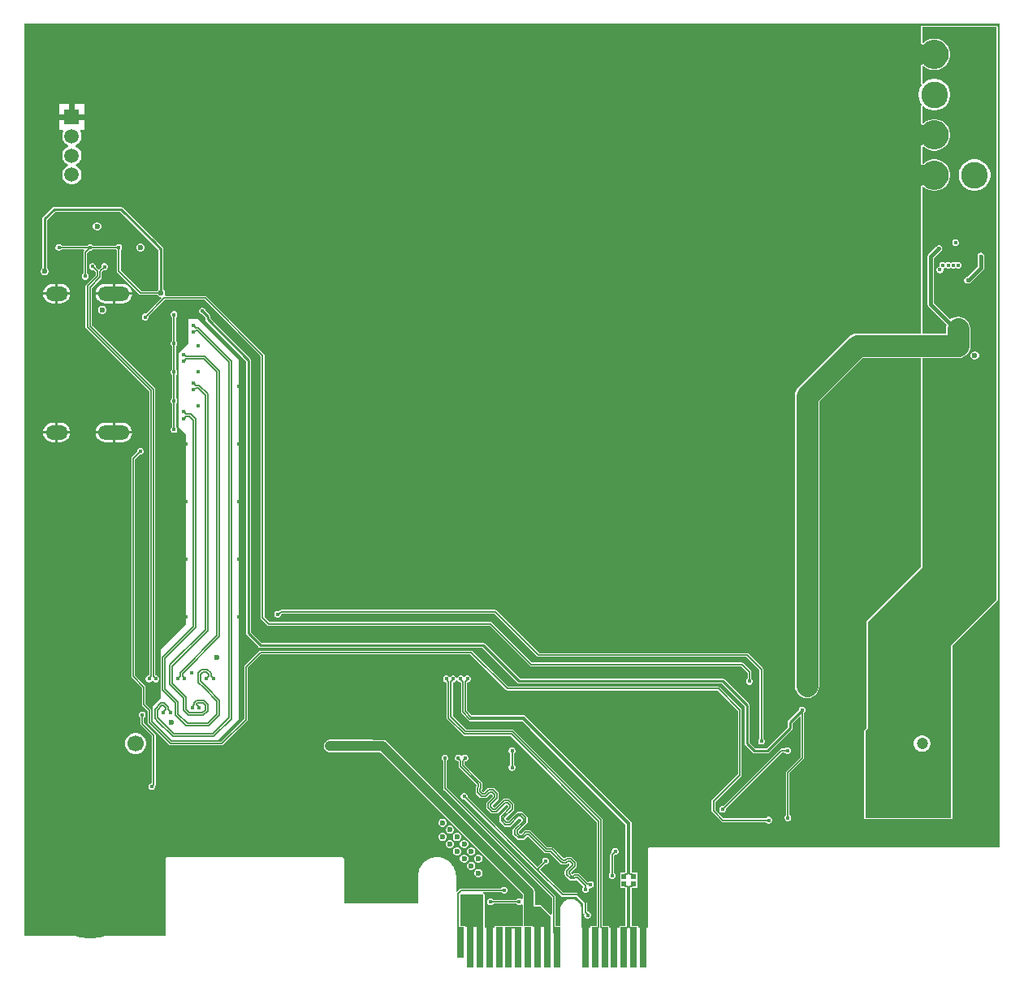
<source format=gbl>
G04*
G04 #@! TF.GenerationSoftware,Altium Limited,Altium Designer,21.5.1 (32)*
G04*
G04 Layer_Physical_Order=4*
G04 Layer_Color=16711680*
%FSLAX25Y25*%
%MOIN*%
G70*
G04*
G04 #@! TF.SameCoordinates,D26129CB-67A6-4236-8345-823BA6B4C65A*
G04*
G04*
G04 #@! TF.FilePolarity,Positive*
G04*
G01*
G75*
%ADD12C,0.00500*%
%ADD15C,0.01000*%
%ADD22R,0.02047X0.02205*%
%ADD36R,0.02756X0.16535*%
%ADD37R,0.02756X0.12598*%
%ADD40C,0.04724*%
%ADD41C,0.06693*%
%ADD44O,0.09055X0.05906*%
%ADD45O,0.12992X0.05906*%
%ADD46C,0.10925*%
%ADD47R,0.10925X0.10925*%
%ADD48O,0.27559X0.25197*%
%ADD49C,0.23622*%
%ADD50C,0.01772*%
%ADD52C,0.00531*%
%ADD53C,0.03937*%
%ADD55C,0.01575*%
%ADD56C,0.09055*%
%ADD65R,0.05906X0.05906*%
%ADD66C,0.05906*%
%ADD67C,0.02362*%
G36*
X188975Y22029D02*
X181602Y22028D01*
Y22547D01*
X179447D01*
X179447Y35433D01*
X188975Y35433D01*
X188975Y22029D01*
D02*
G37*
G36*
X212598Y30512D02*
X216535Y26575D01*
X216535Y21988D01*
X209161Y21988D01*
Y22547D01*
X205709D01*
Y29528D01*
X206693Y30512D01*
X212598Y30512D01*
D02*
G37*
G36*
X400970Y54675D02*
X257087D01*
X256704Y54517D01*
X256545Y54134D01*
Y50309D01*
X256543Y50306D01*
X256482Y49999D01*
Y21654D01*
X252468D01*
Y22547D01*
X249868D01*
Y26871D01*
X249868Y26871D01*
Y38193D01*
X249908Y38201D01*
X252114D01*
Y41272D01*
Y44476D01*
X249908D01*
X249868Y44484D01*
Y64889D01*
X249809Y65188D01*
X249640Y65441D01*
X209213Y105867D01*
X209213Y105867D01*
X206261Y108820D01*
X206007Y108989D01*
X205709Y109048D01*
X184378D01*
X182348Y111078D01*
Y122494D01*
X182485Y122630D01*
X182756D01*
X183265Y122841D01*
X183655Y123231D01*
X183866Y123740D01*
Y124291D01*
X183655Y124801D01*
X183265Y125191D01*
X182756Y125402D01*
X182205D01*
X181695Y125191D01*
X181401Y124896D01*
X181102Y124839D01*
X180804Y124896D01*
X180509Y125191D01*
X180000Y125402D01*
X179449D01*
X178939Y125191D01*
X178550Y124801D01*
X178420Y124488D01*
X177879D01*
X177750Y124801D01*
X177360Y125191D01*
X176850Y125402D01*
X176299D01*
X175790Y125191D01*
X175495Y124896D01*
X175197Y124839D01*
X174898Y124896D01*
X174604Y125191D01*
X174095Y125402D01*
X173543D01*
X173034Y125191D01*
X172644Y124801D01*
X172433Y124291D01*
Y123740D01*
X172644Y123231D01*
X173034Y122841D01*
X173543Y122630D01*
X173814D01*
X173951Y122494D01*
Y107974D01*
X174010Y107675D01*
X174179Y107422D01*
X180722Y100879D01*
X180722Y100879D01*
X180975Y100710D01*
X181274Y100651D01*
X181274Y100651D01*
X200224D01*
X235565Y65310D01*
Y22547D01*
X232965D01*
Y21654D01*
X229345D01*
Y29331D01*
X229339Y29357D01*
X229343Y29383D01*
X229313Y29845D01*
X229292Y29922D01*
X229287Y30001D01*
X229048Y30894D01*
X229001Y30988D01*
X228967Y31087D01*
X228505Y31888D01*
X228436Y31967D01*
X228378Y32054D01*
X227724Y32708D01*
X227636Y32767D01*
X227557Y32836D01*
X226757Y33298D01*
X226657Y33332D01*
X226563Y33378D01*
X225670Y33618D01*
X225565Y33625D01*
X225462Y33645D01*
X224538D01*
X224435Y33625D01*
X224330Y33618D01*
X223437Y33378D01*
X223343Y33332D01*
X223243Y33298D01*
X222443Y32836D01*
X222363Y32767D01*
X222276Y32708D01*
X221622Y32054D01*
X221564Y31967D01*
X221495Y31888D01*
X221033Y31087D01*
X220999Y30988D01*
X220952Y30894D01*
X220713Y30001D01*
X220708Y29922D01*
X220687Y29845D01*
X220657Y29383D01*
X220661Y29357D01*
X220655Y29331D01*
Y22547D01*
X218731D01*
Y34374D01*
X218731Y34374D01*
X218673Y34666D01*
X218507Y34914D01*
X218507Y34914D01*
X173993Y79429D01*
Y90352D01*
X174013Y90361D01*
X174403Y90750D01*
X174614Y91260D01*
Y91811D01*
X174403Y92320D01*
X174013Y92710D01*
X173504Y92921D01*
X172953D01*
X172443Y92710D01*
X172054Y92320D01*
X171843Y91811D01*
Y91260D01*
X172054Y90750D01*
X172443Y90361D01*
X172464Y90352D01*
Y79112D01*
X172522Y78819D01*
X172688Y78571D01*
X217202Y34057D01*
Y27381D01*
X216702Y27174D01*
X212981Y30895D01*
X212598Y31053D01*
X212598Y31053D01*
X210194D01*
Y36498D01*
X210002Y37461D01*
X209457Y38278D01*
X149498Y98236D01*
X148682Y98782D01*
X147718Y98974D01*
X143782D01*
X143681Y98994D01*
X125984D01*
X125021Y98802D01*
X124205Y98256D01*
X123659Y97440D01*
X123467Y96477D01*
X123659Y95514D01*
X124205Y94697D01*
X125021Y94152D01*
X125984Y93960D01*
X143600D01*
X143701Y93940D01*
X146676D01*
X205160Y35455D01*
Y33727D01*
X204660Y33520D01*
X204525Y33655D01*
X204016Y33866D01*
X203465D01*
X202955Y33655D01*
X202565Y33265D01*
X202557Y33245D01*
X193112D01*
X193104Y33265D01*
X192714Y33655D01*
X192205Y33866D01*
X191654D01*
X191144Y33655D01*
X190754Y33265D01*
X190543Y32756D01*
Y32205D01*
X190754Y31695D01*
X191144Y31306D01*
X191654Y31095D01*
X192205D01*
X192714Y31306D01*
X193104Y31695D01*
X193112Y31716D01*
X202557D01*
X202565Y31695D01*
X202955Y31306D01*
X203465Y31095D01*
X204016D01*
X204525Y31306D01*
X204660Y31441D01*
X205160Y31234D01*
Y28543D01*
X205168Y28508D01*
Y22547D01*
X203410D01*
X203346Y22560D01*
X199409D01*
X199345Y22547D01*
X197531D01*
Y22547D01*
X197350D01*
Y22547D01*
X193595D01*
Y21654D01*
X189851D01*
X189746Y21771D01*
X189516Y22153D01*
X189516Y35433D01*
X189358Y35816D01*
X188975Y35974D01*
X189026Y36453D01*
X196371D01*
X196379Y36433D01*
X196769Y36043D01*
X197278Y35832D01*
X197830D01*
X198339Y36043D01*
X198729Y36433D01*
X198940Y36942D01*
Y37493D01*
X198729Y38003D01*
X198339Y38393D01*
X197830Y38604D01*
X197278D01*
X196769Y38393D01*
X196379Y38003D01*
X196371Y37982D01*
X179934D01*
X179642Y37924D01*
X179394Y37758D01*
X178270Y36635D01*
X177770Y36842D01*
Y43010D01*
X177766Y43029D01*
X177769Y43049D01*
X177735Y43736D01*
X177721Y43794D01*
Y43853D01*
X177454Y45196D01*
X177423Y45269D01*
X177408Y45347D01*
X176884Y46612D01*
X176840Y46678D01*
X176810Y46751D01*
X176049Y47890D01*
X175993Y47946D01*
X175949Y48011D01*
X174981Y48980D01*
X174915Y49024D01*
X174859Y49080D01*
X173721Y49841D01*
X173647Y49871D01*
X173582Y49915D01*
X172317Y50439D01*
X172239Y50454D01*
X172166Y50485D01*
X170823Y50752D01*
X170744Y50752D01*
X170666Y50767D01*
X169297Y50768D01*
X169219Y50752D01*
X169140Y50752D01*
X167797Y50485D01*
X167724Y50455D01*
X167646Y50440D01*
X166381Y49916D01*
X166315Y49872D01*
X166242Y49842D01*
X165103Y49081D01*
X165047Y49025D01*
X164982Y48981D01*
X164013Y48013D01*
X163969Y47947D01*
X163913Y47891D01*
X163152Y46753D01*
X163122Y46680D01*
X163078Y46614D01*
X162553Y45349D01*
X162538Y45272D01*
X162508Y45199D01*
X162240Y43855D01*
X162240Y43796D01*
X162226Y43738D01*
X162192Y43053D01*
X162195Y43033D01*
X162191Y43014D01*
Y31840D01*
X131904D01*
Y49999D01*
X131843Y50306D01*
X131668Y50566D01*
X131408Y50740D01*
X131101Y50801D01*
X59254D01*
X58946Y50740D01*
X58686Y50566D01*
X58512Y50306D01*
X58451Y49999D01*
Y18321D01*
X604D01*
Y393096D01*
X400970D01*
Y54675D01*
D02*
G37*
G36*
X178550Y123231D02*
X178939Y122841D01*
X179449Y122630D01*
X179720D01*
X179856Y122494D01*
Y110369D01*
X179916Y110071D01*
X180085Y109818D01*
X182845Y107057D01*
X182845Y107057D01*
X183118Y106785D01*
X183371Y106616D01*
X183669Y106556D01*
X183669Y106556D01*
X205000D01*
X207451Y104105D01*
X207451Y104105D01*
X208344Y103212D01*
X208344Y103212D01*
X247376Y64180D01*
Y44484D01*
X247336Y44476D01*
X245130D01*
Y41272D01*
Y38201D01*
X247336D01*
X247376Y38193D01*
Y27257D01*
X247376Y27257D01*
Y22547D01*
X244776D01*
Y21654D01*
X240657D01*
Y22547D01*
X238057D01*
Y66019D01*
X237998Y66317D01*
X237828Y66571D01*
X237828Y66571D01*
X201485Y102914D01*
X201232Y103083D01*
X200933Y103143D01*
X181983D01*
X176443Y108683D01*
Y122494D01*
X176579Y122630D01*
X176850D01*
X177360Y122841D01*
X177750Y123231D01*
X177879Y123543D01*
X178420D01*
X178550Y123231D01*
D02*
G37*
%LPC*%
G36*
X399606Y392273D02*
X369094Y392273D01*
X368712Y392115D01*
X368553Y391732D01*
Y385288D01*
X368595Y385189D01*
Y385081D01*
X368671Y385005D01*
X368712Y384906D01*
X368811Y384864D01*
X368887Y384788D01*
X369349Y384597D01*
X369457D01*
X369556Y384556D01*
X369656Y384597D01*
X369763D01*
X369840Y384673D01*
X369939Y384714D01*
X370321Y385096D01*
X371291Y385744D01*
X372369Y386191D01*
X373513Y386418D01*
X374679D01*
X375823Y386191D01*
X376901Y385744D01*
X377870Y385096D01*
X378695Y384271D01*
X379343Y383301D01*
X379790Y382224D01*
X380017Y381080D01*
Y379913D01*
X379790Y378769D01*
X379343Y377692D01*
X378695Y376722D01*
X377870Y375897D01*
X376901Y375249D01*
X375823Y374803D01*
X374679Y374575D01*
X373513D01*
X372369Y374803D01*
X371291Y375249D01*
X370321Y375897D01*
X369939Y376279D01*
X369840Y376320D01*
X369763Y376396D01*
X369656D01*
X369556Y376438D01*
X369457Y376396D01*
X369349D01*
X368887Y376205D01*
X368811Y376129D01*
X368712Y376088D01*
X368671Y375988D01*
X368595Y375912D01*
Y375805D01*
X368553Y375705D01*
Y368753D01*
X368595Y368653D01*
Y368546D01*
X368671Y368470D01*
X368712Y368370D01*
X368867Y368017D01*
X368842Y367730D01*
X368369Y367022D01*
X367881Y365846D01*
X367633Y364598D01*
Y363325D01*
X367881Y362076D01*
X368369Y360900D01*
X368842Y360192D01*
X368867Y359905D01*
X368712Y359552D01*
X368671Y359453D01*
X368595Y359377D01*
Y359269D01*
X368553Y359170D01*
Y353888D01*
Y352217D01*
X368595Y352118D01*
Y352010D01*
X368671Y351934D01*
X368712Y351835D01*
X368811Y351793D01*
X368887Y351717D01*
X369349Y351526D01*
X369457D01*
X369556Y351485D01*
X369656Y351526D01*
X369763D01*
X369840Y351602D01*
X369939Y351643D01*
X370321Y352025D01*
X371291Y352673D01*
X372369Y353120D01*
X373513Y353347D01*
X374679D01*
X375823Y353120D01*
X376901Y352673D01*
X377870Y352025D01*
X378695Y351200D01*
X379343Y350231D01*
X379790Y349153D01*
X380017Y348009D01*
Y346843D01*
X379790Y345699D01*
X379343Y344621D01*
X378695Y343651D01*
X377870Y342826D01*
X376901Y342178D01*
X375823Y341732D01*
X374679Y341504D01*
X373513D01*
X372369Y341732D01*
X371291Y342178D01*
X370321Y342826D01*
X369939Y343208D01*
X369840Y343250D01*
X369763Y343326D01*
X369656D01*
X369556Y343367D01*
X369457Y343326D01*
X369349D01*
X368887Y343134D01*
X368811Y343058D01*
X368712Y343017D01*
X368671Y342917D01*
X368595Y342841D01*
Y342734D01*
X368553Y342634D01*
Y335682D01*
X368595Y335582D01*
Y335475D01*
X368671Y335399D01*
X368712Y335299D01*
X368811Y335258D01*
X368887Y335182D01*
X369349Y334991D01*
X369457D01*
X369556Y334949D01*
X369656Y334991D01*
X369763D01*
X369840Y335067D01*
X369939Y335108D01*
X370321Y335490D01*
X371291Y336138D01*
X372369Y336584D01*
X373513Y336812D01*
X374679D01*
X375823Y336584D01*
X376901Y336138D01*
X377870Y335490D01*
X378695Y334665D01*
X379343Y333695D01*
X379790Y332618D01*
X380017Y331474D01*
Y330307D01*
X379790Y329163D01*
X379343Y328085D01*
X378695Y327116D01*
X377870Y326291D01*
X376901Y325643D01*
X375823Y325197D01*
X374679Y324969D01*
X373513D01*
X372369Y325197D01*
X371291Y325643D01*
X370321Y326291D01*
X369939Y326673D01*
X369840Y326714D01*
X369763Y326790D01*
X369656D01*
X369556Y326831D01*
X369457Y326790D01*
X369349D01*
X368887Y326599D01*
X368811Y326523D01*
X368712Y326482D01*
X368671Y326382D01*
X368595Y326306D01*
Y326198D01*
X368553Y326099D01*
X368553Y265898D01*
X342520D01*
X341207Y265725D01*
X339984Y265218D01*
X338934Y264412D01*
X338934Y264412D01*
X318265Y243743D01*
X317459Y242693D01*
X316952Y241470D01*
X316779Y240158D01*
X316779Y240157D01*
Y133335D01*
Y130398D01*
Y124523D01*
Y121202D01*
X316952Y119889D01*
X317459Y118666D01*
X318265Y117616D01*
X319315Y116810D01*
X320538Y116304D01*
X321850Y116131D01*
X323163Y116304D01*
X324386Y116810D01*
X325436Y117616D01*
X326242Y118666D01*
X326748Y119889D01*
X326921Y121202D01*
Y124523D01*
Y130398D01*
Y133335D01*
Y238057D01*
X344620Y255756D01*
X368553D01*
Y255209D01*
X368553Y170108D01*
X346477Y148031D01*
X346318Y147648D01*
X346318Y147648D01*
Y103958D01*
X345502Y103143D01*
X345344Y102760D01*
X345344Y102760D01*
X345344Y66929D01*
X345502Y66546D01*
X345885Y66388D01*
X380906Y66388D01*
X381288Y66546D01*
X381447Y66929D01*
X381447Y137556D01*
X399989Y156098D01*
X400147Y156481D01*
X400147Y156481D01*
X400147Y391732D01*
X399989Y392115D01*
X399606Y392273D01*
D02*
G37*
G36*
X25394Y360039D02*
X21260D01*
Y355906D01*
X25394D01*
Y360039D01*
D02*
G37*
G36*
X18898D02*
X14764D01*
Y355906D01*
X18898D01*
Y360039D01*
D02*
G37*
G36*
X25394Y353543D02*
X20079D01*
X14764D01*
Y349410D01*
X16415D01*
X16703Y348909D01*
X16395Y348376D01*
X16126Y347371D01*
Y346330D01*
X16395Y345325D01*
X16916Y344423D01*
X17652Y343687D01*
X18541Y343174D01*
X18567Y343066D01*
Y342761D01*
X18541Y342653D01*
X17652Y342139D01*
X16916Y341403D01*
X16395Y340502D01*
X16126Y339497D01*
Y338456D01*
X16395Y337451D01*
X16916Y336549D01*
X17652Y335813D01*
X18541Y335300D01*
X18567Y335191D01*
Y334887D01*
X18541Y334779D01*
X17652Y334265D01*
X16916Y333529D01*
X16395Y332628D01*
X16126Y331623D01*
Y330582D01*
X16395Y329577D01*
X16916Y328675D01*
X17652Y327939D01*
X18553Y327419D01*
X19558Y327150D01*
X20599D01*
X21604Y327419D01*
X22506Y327939D01*
X23242Y328675D01*
X23762Y329577D01*
X24032Y330582D01*
Y331623D01*
X23762Y332628D01*
X23242Y333529D01*
X22506Y334265D01*
X21617Y334779D01*
X21591Y334887D01*
Y335191D01*
X21617Y335300D01*
X22506Y335813D01*
X23242Y336549D01*
X23762Y337451D01*
X24032Y338456D01*
Y339497D01*
X23762Y340502D01*
X23242Y341403D01*
X22506Y342139D01*
X21617Y342653D01*
X21591Y342761D01*
Y343066D01*
X21617Y343174D01*
X22506Y343687D01*
X23242Y344423D01*
X23762Y345325D01*
X24032Y346330D01*
Y347371D01*
X23762Y348376D01*
X23454Y348909D01*
X23743Y349410D01*
X25394D01*
Y353543D01*
D02*
G37*
G36*
X30764Y311521D02*
X30095D01*
X29478Y311265D01*
X29005Y310792D01*
X28749Y310174D01*
Y309506D01*
X29005Y308888D01*
X29478Y308415D01*
X30095Y308159D01*
X30764D01*
X31382Y308415D01*
X31855Y308888D01*
X32111Y309506D01*
Y310174D01*
X31855Y310792D01*
X31382Y311265D01*
X30764Y311521D01*
D02*
G37*
G36*
X48563Y302862D02*
X47894D01*
X47276Y302606D01*
X46803Y302133D01*
X46547Y301516D01*
Y300847D01*
X46803Y300229D01*
X47276Y299756D01*
X47894Y299500D01*
X48563D01*
X49181Y299756D01*
X49654Y300229D01*
X49909Y300847D01*
Y301516D01*
X49654Y302133D01*
X49181Y302606D01*
X48563Y302862D01*
D02*
G37*
G36*
X28844Y294727D02*
X28293D01*
X27783Y294516D01*
X27393Y294126D01*
X27182Y293617D01*
Y293065D01*
X27393Y292556D01*
X27783Y292166D01*
X28293Y291955D01*
X28844D01*
X28864Y291964D01*
X29806Y291022D01*
Y289742D01*
X25948Y285885D01*
X25782Y285637D01*
X25724Y285344D01*
Y268572D01*
X25782Y268279D01*
X25948Y268031D01*
X51885Y242094D01*
Y125475D01*
X51811Y125402D01*
X51496D01*
X50987Y125191D01*
X50597Y124801D01*
X50386Y124291D01*
Y123740D01*
X50597Y123231D01*
X50987Y122841D01*
X51496Y122630D01*
X52047D01*
X52557Y122841D01*
X52851Y123135D01*
X53150Y123192D01*
X53448Y123135D01*
X53743Y122841D01*
X54252Y122630D01*
X54803D01*
X55313Y122841D01*
X55702Y123231D01*
X55913Y123740D01*
Y124291D01*
X55702Y124801D01*
X55313Y125191D01*
X54803Y125402D01*
X54488D01*
X54414Y125475D01*
Y242825D01*
X54356Y243118D01*
X54190Y243366D01*
X28254Y269303D01*
Y284613D01*
X32111Y288471D01*
X32277Y288719D01*
X32335Y289012D01*
X32335Y289012D01*
Y291022D01*
X33243Y291930D01*
X33263Y291921D01*
X33815D01*
X34324Y292132D01*
X34714Y292522D01*
X34925Y293031D01*
Y293583D01*
X34714Y294092D01*
X34324Y294482D01*
X33815Y294693D01*
X33263D01*
X32754Y294482D01*
X32364Y294092D01*
X32153Y293583D01*
Y293031D01*
X32162Y293011D01*
X31071Y291920D01*
X29946Y293045D01*
X29954Y293065D01*
Y293617D01*
X29743Y294126D01*
X29353Y294516D01*
X28844Y294727D01*
D02*
G37*
G36*
X40354Y317949D02*
X12795D01*
X12405Y317871D01*
X12074Y317650D01*
X8137Y313713D01*
X7916Y313382D01*
X7839Y312992D01*
Y292696D01*
X7433Y292291D01*
X7177Y291673D01*
Y291004D01*
X7433Y290386D01*
X7906Y289913D01*
X8524Y289657D01*
X9193D01*
X9810Y289913D01*
X10283Y290386D01*
X10539Y291004D01*
Y291673D01*
X10283Y292291D01*
X9878Y292696D01*
Y312570D01*
X13218Y315910D01*
X39932D01*
X53413Y302429D01*
X53413Y302429D01*
X55693Y300149D01*
Y283899D01*
X55287Y283494D01*
X55209Y283306D01*
X48484D01*
X40127Y291663D01*
Y299998D01*
X40147Y300006D01*
X40537Y300396D01*
X40748Y300905D01*
Y301457D01*
X40537Y301966D01*
X40147Y302356D01*
X39638Y302567D01*
X39086D01*
X38577Y302356D01*
X38187Y301966D01*
X38179Y301946D01*
X28742D01*
X28734Y301966D01*
X28344Y302356D01*
X27835Y302567D01*
X27283D01*
X26774Y302356D01*
X26384Y301966D01*
X26376Y301946D01*
X15947D01*
X15939Y301966D01*
X15549Y302356D01*
X15039Y302567D01*
X14488D01*
X13979Y302356D01*
X13589Y301966D01*
X13378Y301457D01*
Y300905D01*
X13589Y300396D01*
X13979Y300006D01*
X14488Y299795D01*
X15039D01*
X15549Y300006D01*
X15939Y300396D01*
X15947Y300416D01*
X25060D01*
X25251Y299955D01*
X25050Y299753D01*
X24884Y299505D01*
X24826Y299213D01*
Y290553D01*
X24805Y290545D01*
X24416Y290155D01*
X24205Y289646D01*
Y289094D01*
X24416Y288585D01*
X24805Y288195D01*
X25315Y287984D01*
X25866D01*
X26375Y288195D01*
X26765Y288585D01*
X26976Y289094D01*
Y289646D01*
X26765Y290155D01*
X26375Y290545D01*
X26355Y290553D01*
Y298896D01*
X27263Y299804D01*
X27283Y299795D01*
X27835D01*
X28344Y300006D01*
X28734Y300396D01*
X28742Y300416D01*
X38179D01*
X38187Y300396D01*
X38577Y300006D01*
X38597Y299998D01*
Y291347D01*
X38655Y291054D01*
X38821Y290806D01*
X47627Y282001D01*
X47875Y281835D01*
X48167Y281777D01*
X55209D01*
X55287Y281589D01*
X55760Y281116D01*
X56378Y280860D01*
X56631D01*
X56838Y280360D01*
X50493Y274015D01*
X50472Y274024D01*
X49921D01*
X49412Y273813D01*
X49022Y273423D01*
X48811Y272914D01*
Y272362D01*
X49022Y271853D01*
X49412Y271463D01*
X49921Y271252D01*
X50472D01*
X50982Y271463D01*
X51372Y271853D01*
X51583Y272362D01*
Y272914D01*
X51574Y272934D01*
X58388Y279747D01*
X74486D01*
X97660Y256573D01*
Y149076D01*
X97719Y148783D01*
X97885Y148535D01*
X100307Y146113D01*
X100555Y145947D01*
X100847Y145889D01*
X100847Y145889D01*
X191612D01*
X208121Y129381D01*
X208369Y129215D01*
X208661Y129157D01*
X208662Y129157D01*
X294959D01*
X297464Y126652D01*
Y124215D01*
X297443Y124206D01*
X297054Y123817D01*
X296843Y123307D01*
Y122756D01*
X297054Y122247D01*
X297443Y121857D01*
X297953Y121646D01*
X298504D01*
X299013Y121857D01*
X299403Y122247D01*
X299614Y122756D01*
Y123307D01*
X299403Y123817D01*
X299013Y124206D01*
X298993Y124215D01*
Y126969D01*
X298935Y127261D01*
X298769Y127509D01*
X295816Y130462D01*
X295568Y130628D01*
X295276Y130686D01*
X208978D01*
X192470Y147194D01*
X192222Y147360D01*
X191929Y147418D01*
X101164D01*
X99190Y149393D01*
Y256890D01*
X99132Y257182D01*
X98966Y257431D01*
X75344Y281052D01*
X75096Y281218D01*
X74803Y281276D01*
X58508D01*
X58454Y281322D01*
X58215Y281776D01*
X58393Y282207D01*
Y282876D01*
X58137Y283494D01*
X57732Y283899D01*
Y300571D01*
X57654Y300961D01*
X57433Y301292D01*
X54855Y303871D01*
X54855Y303871D01*
X41075Y317650D01*
X40745Y317871D01*
X40354Y317949D01*
D02*
G37*
G36*
X40846Y286286D02*
X37803D01*
Y282799D01*
X44767D01*
X44697Y283331D01*
X44299Y284293D01*
X43666Y285118D01*
X42840Y285752D01*
X41878Y286150D01*
X40846Y286286D01*
D02*
G37*
G36*
X36803D02*
X33760D01*
X32728Y286150D01*
X31766Y285752D01*
X30941Y285118D01*
X30307Y284293D01*
X29909Y283331D01*
X29839Y282799D01*
X36803D01*
Y286286D01*
D02*
G37*
G36*
X15413D02*
X14339D01*
Y282799D01*
X19334D01*
X19264Y283331D01*
X18866Y284293D01*
X18233Y285118D01*
X17407Y285752D01*
X16445Y286150D01*
X15413Y286286D01*
D02*
G37*
G36*
X13339D02*
X12264D01*
X11232Y286150D01*
X10270Y285752D01*
X9445Y285118D01*
X8811Y284293D01*
X8413Y283331D01*
X8343Y282799D01*
X13339D01*
Y286286D01*
D02*
G37*
G36*
X44767Y281799D02*
X37803D01*
Y278312D01*
X40846D01*
X41878Y278448D01*
X42840Y278847D01*
X43666Y279480D01*
X44299Y280306D01*
X44697Y281267D01*
X44767Y281799D01*
D02*
G37*
G36*
X36803D02*
X29839D01*
X29909Y281267D01*
X30307Y280306D01*
X30941Y279480D01*
X31766Y278847D01*
X32728Y278448D01*
X33760Y278312D01*
X36803D01*
Y281799D01*
D02*
G37*
G36*
X19334D02*
X14339D01*
Y278312D01*
X15413D01*
X16445Y278448D01*
X17407Y278847D01*
X18233Y279480D01*
X18866Y280306D01*
X19264Y281267D01*
X19334Y281799D01*
D02*
G37*
G36*
X13339D02*
X8343D01*
X8413Y281267D01*
X8811Y280306D01*
X9445Y279480D01*
X10270Y278847D01*
X11232Y278448D01*
X12264Y278312D01*
X13339D01*
Y281799D01*
D02*
G37*
G36*
X32815Y277272D02*
X32146D01*
X31528Y277016D01*
X31055Y276543D01*
X30799Y275925D01*
Y275256D01*
X31055Y274638D01*
X31528Y274165D01*
X32146Y273909D01*
X32815D01*
X33433Y274165D01*
X33906Y274638D01*
X34161Y275256D01*
Y275925D01*
X33906Y276543D01*
X33433Y277016D01*
X32815Y277272D01*
D02*
G37*
G36*
X40846Y229199D02*
X37803D01*
Y225713D01*
X44767D01*
X44697Y226244D01*
X44299Y227206D01*
X43666Y228032D01*
X42840Y228665D01*
X41878Y229064D01*
X40846Y229199D01*
D02*
G37*
G36*
X36803D02*
X33760D01*
X32728Y229064D01*
X31766Y228665D01*
X30941Y228032D01*
X30307Y227206D01*
X29909Y226244D01*
X29839Y225713D01*
X36803D01*
Y229199D01*
D02*
G37*
G36*
X15413D02*
X14339D01*
Y225713D01*
X19334D01*
X19264Y226244D01*
X18866Y227206D01*
X18233Y228032D01*
X17407Y228665D01*
X16445Y229064D01*
X15413Y229199D01*
D02*
G37*
G36*
X13339D02*
X12264D01*
X11232Y229064D01*
X10270Y228665D01*
X9445Y228032D01*
X8811Y227206D01*
X8413Y226244D01*
X8343Y225713D01*
X13339D01*
Y229199D01*
D02*
G37*
G36*
X62283Y275008D02*
X61732D01*
X61223Y274797D01*
X60833Y274407D01*
X60622Y273898D01*
Y273346D01*
X60833Y272837D01*
X61223Y272447D01*
X61243Y272439D01*
Y262994D01*
X61223Y262986D01*
X60833Y262596D01*
X60622Y262087D01*
Y261535D01*
X60833Y261026D01*
X61223Y260636D01*
X61243Y260628D01*
Y251183D01*
X61223Y251175D01*
X60833Y250785D01*
X60622Y250276D01*
Y249724D01*
X60833Y249215D01*
X61223Y248825D01*
X61243Y248817D01*
Y239372D01*
X61223Y239364D01*
X60833Y238974D01*
X60622Y238465D01*
Y237913D01*
X60833Y237404D01*
X61223Y237014D01*
X61243Y237006D01*
Y227561D01*
X61223Y227553D01*
X60833Y227163D01*
X60622Y226654D01*
Y226102D01*
X60833Y225593D01*
X61223Y225203D01*
X61732Y224992D01*
X62283D01*
X62793Y225203D01*
X63183Y225593D01*
X63394Y226102D01*
Y226654D01*
X63183Y227163D01*
X62793Y227553D01*
X62773Y227561D01*
Y237006D01*
X62793Y237014D01*
X63183Y237404D01*
X63394Y237913D01*
Y238465D01*
X63183Y238974D01*
X62793Y239364D01*
X62773Y239372D01*
Y248817D01*
X62793Y248825D01*
X63183Y249215D01*
X63394Y249724D01*
Y250276D01*
X63183Y250785D01*
X62793Y251175D01*
X62773Y251183D01*
Y260628D01*
X62793Y260636D01*
X63183Y261026D01*
X63394Y261535D01*
Y262087D01*
X63183Y262596D01*
X62793Y262986D01*
X62773Y262994D01*
Y272439D01*
X62793Y272447D01*
X63183Y272837D01*
X63394Y273346D01*
Y273898D01*
X63183Y274407D01*
X62793Y274797D01*
X62283Y275008D01*
D02*
G37*
G36*
X44767Y224713D02*
X37803D01*
Y221226D01*
X40846D01*
X41878Y221362D01*
X42840Y221760D01*
X43666Y222393D01*
X44299Y223219D01*
X44697Y224181D01*
X44767Y224713D01*
D02*
G37*
G36*
X36803D02*
X29839D01*
X29909Y224181D01*
X30307Y223219D01*
X30941Y222393D01*
X31766Y221760D01*
X32728Y221362D01*
X33760Y221226D01*
X36803D01*
Y224713D01*
D02*
G37*
G36*
X19334D02*
X14339D01*
Y221226D01*
X15413D01*
X16445Y221362D01*
X17407Y221760D01*
X18233Y222393D01*
X18866Y223219D01*
X19264Y224181D01*
X19334Y224713D01*
D02*
G37*
G36*
X13339D02*
X8343D01*
X8413Y224181D01*
X8811Y223219D01*
X9445Y222393D01*
X10270Y221760D01*
X11232Y221362D01*
X12264Y221226D01*
X13339D01*
Y224713D01*
D02*
G37*
G36*
X48504Y218905D02*
X47953D01*
X47443Y218694D01*
X47054Y218305D01*
X46843Y217795D01*
Y217244D01*
X46851Y217224D01*
X44735Y215108D01*
X44569Y214860D01*
X44511Y214567D01*
Y125000D01*
X44569Y124707D01*
X44735Y124459D01*
X48871Y120323D01*
Y113338D01*
X48929Y113046D01*
X49095Y112797D01*
X51131Y110761D01*
Y106258D01*
X51190Y105965D01*
X51355Y105717D01*
X60173Y96900D01*
X60173Y96900D01*
X60421Y96734D01*
X60713Y96676D01*
X81693D01*
X81986Y96734D01*
X82234Y96900D01*
X92076Y106743D01*
X92076Y106743D01*
X92242Y106991D01*
X92300Y107283D01*
X92300Y107283D01*
Y128620D01*
X97758Y134078D01*
X183738D01*
X198278Y119538D01*
X198526Y119372D01*
X198819Y119314D01*
X198819Y119314D01*
X285116D01*
X293527Y110904D01*
Y84962D01*
X282924Y74360D01*
X282758Y74111D01*
X282700Y73819D01*
Y69882D01*
X282758Y69589D01*
X282924Y69341D01*
X286861Y65404D01*
X287109Y65238D01*
X287402Y65180D01*
X304919D01*
X304927Y65160D01*
X305317Y64770D01*
X305827Y64559D01*
X306378D01*
X306887Y64770D01*
X307277Y65160D01*
X307488Y65669D01*
Y66220D01*
X307277Y66730D01*
X306887Y67120D01*
X306378Y67331D01*
X305827D01*
X305317Y67120D01*
X304927Y66730D01*
X304919Y66710D01*
X287718D01*
X284229Y70199D01*
Y73502D01*
X294832Y84105D01*
X294832Y84105D01*
X294998Y84353D01*
X295056Y84646D01*
Y111220D01*
X295056Y111221D01*
X294998Y111513D01*
X294832Y111761D01*
X294832Y111761D01*
X285974Y120619D01*
X285726Y120785D01*
X285433Y120843D01*
X199136D01*
X184596Y135383D01*
X184348Y135549D01*
X184055Y135607D01*
X97441D01*
X97441Y135607D01*
X97148Y135549D01*
X96900Y135383D01*
X96900Y135383D01*
X90995Y129478D01*
X90829Y129230D01*
X90771Y128937D01*
Y107600D01*
X81376Y98206D01*
X61030D01*
X52661Y106575D01*
Y111078D01*
X52603Y111371D01*
X52437Y111619D01*
X50401Y113655D01*
Y120640D01*
X50401Y120640D01*
X50342Y120932D01*
X50177Y121180D01*
X50177Y121180D01*
X46040Y125317D01*
Y214250D01*
X47932Y216142D01*
X47953Y216134D01*
X48504D01*
X49013Y216345D01*
X49403Y216735D01*
X49614Y217244D01*
Y217795D01*
X49403Y218305D01*
X49013Y218694D01*
X48504Y218905D01*
D02*
G37*
G36*
X193898Y152339D02*
X105831D01*
X105538Y152281D01*
X105290Y152115D01*
X105042Y151867D01*
X104778Y151976D01*
X104227D01*
X103718Y151765D01*
X103328Y151375D01*
X103117Y150866D01*
Y150315D01*
X103328Y149805D01*
X103718Y149416D01*
X104227Y149205D01*
X104778D01*
X105288Y149416D01*
X105678Y149805D01*
X105889Y150315D01*
Y150551D01*
X106148Y150810D01*
X193581D01*
X211073Y133318D01*
X211321Y133152D01*
X211614Y133094D01*
X211614Y133094D01*
X296927D01*
X302385Y127636D01*
Y99608D01*
X302365Y99600D01*
X301975Y99210D01*
X301764Y98701D01*
Y98150D01*
X301975Y97640D01*
X302365Y97250D01*
X302874Y97039D01*
X303425D01*
X303935Y97250D01*
X304324Y97640D01*
X304535Y98150D01*
Y98701D01*
X304324Y99210D01*
X303935Y99600D01*
X303914Y99608D01*
Y127953D01*
X303856Y128245D01*
X303690Y128493D01*
X297785Y134399D01*
X297537Y134565D01*
X297244Y134623D01*
X211931D01*
X194438Y152115D01*
X194190Y152281D01*
X193898Y152339D01*
D02*
G37*
G36*
X71850Y271654D02*
X67913D01*
Y261811D01*
X63976Y257874D01*
X63976Y227362D01*
X66929Y224410D01*
Y146653D01*
X56521Y136246D01*
Y132928D01*
Y119388D01*
Y115926D01*
X53309Y112714D01*
Y106711D01*
X56419Y103601D01*
X56521D01*
X61222Y98901D01*
X79945D01*
X88583Y107538D01*
Y254921D01*
X71850Y271654D01*
D02*
G37*
G36*
X314147Y95979D02*
X313595D01*
X313086Y95768D01*
X312696Y95379D01*
X312688Y95358D01*
X311422D01*
X311421Y95358D01*
X311129Y95300D01*
X310881Y95134D01*
X287503Y71757D01*
X287483Y71765D01*
X286932D01*
X286422Y71554D01*
X286033Y71164D01*
X285822Y70655D01*
Y70104D01*
X286033Y69594D01*
X286422Y69204D01*
X286932Y68993D01*
X287483D01*
X287992Y69204D01*
X288382Y69594D01*
X288593Y70104D01*
Y70655D01*
X288585Y70675D01*
X311738Y93829D01*
X312688D01*
X312696Y93809D01*
X313086Y93419D01*
X313595Y93208D01*
X314147D01*
X314656Y93419D01*
X315046Y93809D01*
X315257Y94318D01*
Y94869D01*
X315046Y95379D01*
X314656Y95768D01*
X314147Y95979D01*
D02*
G37*
G36*
X46832Y101787D02*
X45688D01*
X44582Y101491D01*
X43591Y100919D01*
X42782Y100110D01*
X42210Y99119D01*
X41913Y98013D01*
Y96869D01*
X42210Y95763D01*
X42782Y94772D01*
X43591Y93963D01*
X44582Y93391D01*
X45688Y93094D01*
X46832D01*
X47938Y93391D01*
X48929Y93963D01*
X49738Y94772D01*
X50310Y95763D01*
X50606Y96869D01*
Y98013D01*
X50310Y99119D01*
X49738Y100110D01*
X48929Y100919D01*
X47938Y101491D01*
X46832Y101787D01*
D02*
G37*
G36*
X181772Y92921D02*
X181220D01*
X180711Y92710D01*
X180417Y92416D01*
X180118Y92359D01*
X179820Y92416D01*
X179525Y92710D01*
X179016Y92921D01*
X178464D01*
X177955Y92710D01*
X177565Y92320D01*
X177354Y91811D01*
Y91260D01*
X177565Y90750D01*
X177955Y90361D01*
X178464Y90150D01*
X178736D01*
X178872Y90013D01*
Y88064D01*
X178931Y87765D01*
X179101Y87512D01*
X185504Y81108D01*
X185504Y81108D01*
X185504Y81108D01*
X186252Y80361D01*
Y79984D01*
X186003Y79736D01*
X185834Y79482D01*
X185774Y79184D01*
Y77390D01*
X185834Y77091D01*
X186003Y76838D01*
X187571Y75269D01*
X187571Y75269D01*
X187824Y75100D01*
X188123Y75041D01*
X189917D01*
X190216Y75100D01*
X190469Y75269D01*
X191983Y76784D01*
X192360D01*
X192926Y76218D01*
Y75842D01*
X190501Y73417D01*
X190331Y73163D01*
X190272Y72865D01*
Y71071D01*
X190331Y70772D01*
X190501Y70519D01*
X192069Y68950D01*
X192069Y68950D01*
X192322Y68781D01*
X192621Y68722D01*
X194415D01*
X194714Y68781D01*
X194967Y68950D01*
X198305Y72289D01*
X198682D01*
X199247Y71723D01*
Y71347D01*
X195909Y68009D01*
X195740Y67755D01*
X195680Y67457D01*
Y65662D01*
X195740Y65364D01*
X195909Y65111D01*
X197477Y63542D01*
X197477Y63542D01*
X197730Y63373D01*
X198029Y63314D01*
X199823D01*
X200122Y63373D01*
X200375Y63542D01*
X203714Y66881D01*
X204090D01*
X204656Y66315D01*
Y65939D01*
X201317Y62600D01*
X201148Y62347D01*
X201089Y62048D01*
Y60254D01*
X201148Y59956D01*
X201317Y59702D01*
X202885Y58134D01*
X202885Y58134D01*
X203139Y57965D01*
X203437Y57906D01*
X203437Y57906D01*
X205231D01*
X205530Y57965D01*
X205783Y58134D01*
X206943Y59294D01*
X207319D01*
X207471Y59142D01*
X207471Y59142D01*
X207471Y59142D01*
X214015Y52598D01*
X214268Y52429D01*
X214567Y52369D01*
X216409D01*
X220019Y48759D01*
X220019Y48759D01*
X220019Y48759D01*
X220889Y47889D01*
X220889Y47889D01*
X221142Y47720D01*
X221441Y47661D01*
X221441Y47661D01*
X222928D01*
X223227Y47720D01*
X223480Y47889D01*
X223757Y48166D01*
X224377Y48166D01*
X224402Y48142D01*
Y47439D01*
X222633Y45670D01*
X222464Y45417D01*
X222404Y45118D01*
Y43631D01*
X222464Y43332D01*
X222633Y43079D01*
X224252Y41460D01*
X224505Y41291D01*
X224804Y41231D01*
X226291D01*
X226590Y41291D01*
X226843Y41460D01*
X227420Y41359D01*
X230048Y38730D01*
Y38537D01*
X229856Y38346D01*
X229645Y37836D01*
Y37285D01*
X229856Y36776D01*
X230246Y36386D01*
X230755Y36175D01*
X231307D01*
X231816Y36386D01*
X232206Y36776D01*
X232417Y37285D01*
Y37701D01*
X232588Y37953D01*
X232839Y38124D01*
X233255D01*
X233765Y38335D01*
X234155Y38724D01*
X234366Y39234D01*
Y39785D01*
X234155Y40295D01*
X233765Y40684D01*
X233255Y40895D01*
X232704D01*
X232195Y40684D01*
X232003Y40493D01*
X231810D01*
X228376Y43927D01*
X228123Y44096D01*
X227824Y44155D01*
X226337D01*
X226337Y44155D01*
X226038Y44096D01*
X225785Y43927D01*
X225313Y43923D01*
X224896Y44340D01*
Y44409D01*
X227011Y46524D01*
X227180Y46777D01*
X227240Y47076D01*
Y48563D01*
X227240Y48563D01*
X227180Y48862D01*
X227011Y49115D01*
X227011Y49115D01*
X225392Y50734D01*
X225139Y50903D01*
X224840Y50963D01*
X223353D01*
X223054Y50903D01*
X222801Y50734D01*
X222801Y50734D01*
X222524Y50457D01*
X221845D01*
X217670Y54633D01*
X217417Y54802D01*
X217118Y54861D01*
X215276D01*
X209233Y60904D01*
X208580Y61557D01*
X208327Y61726D01*
X208028Y61786D01*
X206234D01*
X206234Y61786D01*
X205935Y61726D01*
X205682Y61557D01*
X205682Y61557D01*
X204610Y60485D01*
X204059D01*
X203580Y60963D01*
Y61339D01*
X206919Y64678D01*
X207088Y64931D01*
X207148Y65230D01*
Y67024D01*
X207088Y67323D01*
X206919Y67576D01*
X206919Y67576D01*
X205351Y69144D01*
X205098Y69313D01*
X204799Y69373D01*
X203005D01*
X202706Y69313D01*
X202453Y69144D01*
X199114Y65806D01*
X198738D01*
X198172Y66371D01*
Y66748D01*
X201511Y70086D01*
X201680Y70339D01*
X201739Y70638D01*
Y72432D01*
X201680Y72731D01*
X201511Y72984D01*
X201511Y72984D01*
X199943Y74552D01*
X199689Y74722D01*
X199391Y74781D01*
X197597D01*
X197298Y74722D01*
X197045Y74552D01*
X193706Y71214D01*
X193330D01*
X192764Y71780D01*
Y72156D01*
X195189Y74581D01*
X195358Y74834D01*
X195417Y75133D01*
Y76927D01*
X195358Y77226D01*
X195189Y77479D01*
X195189Y77479D01*
X193621Y79047D01*
X193367Y79216D01*
X193069Y79276D01*
X191275D01*
X190976Y79216D01*
X190723Y79047D01*
X189208Y77533D01*
X188832D01*
X188266Y78098D01*
Y78475D01*
X188515Y78724D01*
X188684Y78977D01*
X188744Y79276D01*
Y81070D01*
X188684Y81368D01*
X188515Y81622D01*
X187267Y82870D01*
X187267Y82870D01*
X181364Y88773D01*
Y90013D01*
X181501Y90150D01*
X181772D01*
X182281Y90361D01*
X182671Y90750D01*
X182882Y91260D01*
Y91811D01*
X182671Y92320D01*
X182281Y92710D01*
X181772Y92921D01*
D02*
G37*
G36*
X201063Y95874D02*
X200512D01*
X200002Y95663D01*
X199613Y95273D01*
X199402Y94764D01*
Y94213D01*
X199613Y93703D01*
X200002Y93313D01*
X200023Y93305D01*
Y88782D01*
X200002Y88773D01*
X199613Y88383D01*
X199402Y87874D01*
Y87323D01*
X199613Y86813D01*
X200002Y86424D01*
X200512Y86213D01*
X201063D01*
X201572Y86424D01*
X201962Y86813D01*
X202173Y87323D01*
Y87874D01*
X201962Y88383D01*
X201572Y88773D01*
X201552Y88782D01*
Y93305D01*
X201572Y93313D01*
X201962Y93703D01*
X202173Y94213D01*
Y94764D01*
X201962Y95273D01*
X201572Y95663D01*
X201063Y95874D01*
D02*
G37*
G36*
X49258Y110630D02*
X48707D01*
X48198Y110419D01*
X47808Y110029D01*
X47597Y109520D01*
Y108968D01*
X47808Y108459D01*
X48198Y108069D01*
X48218Y108061D01*
Y105545D01*
X48276Y105252D01*
X48442Y105004D01*
X52968Y100478D01*
Y81095D01*
X52617D01*
X52107Y80884D01*
X51717Y80494D01*
X51506Y79985D01*
Y79434D01*
X51717Y78924D01*
X52107Y78535D01*
X52617Y78324D01*
X53168D01*
X53677Y78535D01*
X54067Y78924D01*
X54278Y79434D01*
Y79985D01*
X54244Y80068D01*
X54273Y80097D01*
X54439Y80345D01*
X54497Y80638D01*
Y100795D01*
X54439Y101088D01*
X54273Y101336D01*
X54273Y101336D01*
X49747Y105862D01*
Y108061D01*
X49768Y108069D01*
X50158Y108459D01*
X50368Y108968D01*
Y109520D01*
X50158Y110029D01*
X49768Y110419D01*
X49258Y110630D01*
D02*
G37*
G36*
X73902Y276500D02*
X73351D01*
X72842Y276289D01*
X72452Y275899D01*
X72241Y275390D01*
Y274838D01*
X72452Y274329D01*
X72842Y273939D01*
X73351Y273728D01*
X73571D01*
X74768Y272531D01*
Y271654D01*
X74845Y271263D01*
X75066Y270933D01*
X91500Y254499D01*
Y142717D01*
X91578Y142326D01*
X91799Y141996D01*
X96720Y137074D01*
X97051Y136853D01*
X97441Y136776D01*
X188554D01*
X203019Y122310D01*
X203350Y122090D01*
X203740Y122012D01*
X286979D01*
X296224Y112767D01*
Y97441D01*
X296302Y97051D01*
X296523Y96720D01*
X299476Y93767D01*
X299807Y93546D01*
X300197Y93469D01*
X305620D01*
X306010Y93546D01*
X306341Y93767D01*
X315682Y103108D01*
X315903Y103438D01*
X315980Y103829D01*
Y105877D01*
X318655Y108552D01*
X319117Y108361D01*
Y91852D01*
X313436Y86171D01*
X313270Y85923D01*
X313212Y85630D01*
Y68112D01*
X313191Y68104D01*
X312802Y67714D01*
X312591Y67205D01*
Y66654D01*
X312802Y66144D01*
X313191Y65754D01*
X313701Y65543D01*
X314252D01*
X314761Y65754D01*
X315151Y66144D01*
X315362Y66654D01*
Y67205D01*
X315151Y67714D01*
X314761Y68104D01*
X314741Y68112D01*
Y85313D01*
X320423Y90995D01*
X320588Y91243D01*
X320647Y91535D01*
Y110037D01*
X320667Y110046D01*
X321057Y110435D01*
X321268Y110945D01*
Y111496D01*
X321057Y112005D01*
X320667Y112395D01*
X320158Y112606D01*
X319606D01*
X319097Y112395D01*
X318707Y112005D01*
X318496Y111496D01*
Y111277D01*
X314240Y107020D01*
X314019Y106689D01*
X313941Y106299D01*
Y104251D01*
X305198Y95508D01*
X300619D01*
X298264Y97863D01*
Y113189D01*
X298186Y113579D01*
X297965Y113910D01*
X288123Y123752D01*
X287792Y123974D01*
X287402Y124051D01*
X204163D01*
X189697Y138516D01*
X189367Y138737D01*
X188976Y138815D01*
X97863D01*
X93539Y143139D01*
Y254921D01*
X93462Y255311D01*
X93241Y255642D01*
X76807Y272076D01*
Y272953D01*
X76729Y273343D01*
X76508Y273674D01*
X75012Y275170D01*
Y275390D01*
X74801Y275899D01*
X74412Y276289D01*
X73902Y276500D01*
D02*
G37*
G36*
X172579Y66642D02*
X171910D01*
X171292Y66386D01*
X170819Y65913D01*
X170563Y65295D01*
Y64626D01*
X170819Y64008D01*
X171292Y63535D01*
X171910Y63279D01*
X172579D01*
X173196Y63535D01*
X173669Y64008D01*
X173925Y64626D01*
Y65295D01*
X173669Y65913D01*
X173196Y66386D01*
X172579Y66642D01*
D02*
G37*
G36*
X175531Y63689D02*
X174863D01*
X174245Y63433D01*
X173772Y62960D01*
X173516Y62342D01*
Y61673D01*
X173772Y61056D01*
X174245Y60583D01*
X174863Y60327D01*
X175531D01*
X176149Y60583D01*
X176622Y61056D01*
X176878Y61673D01*
Y62342D01*
X176622Y62960D01*
X176149Y63433D01*
X175531Y63689D01*
D02*
G37*
G36*
X178484Y60736D02*
X177815D01*
X177197Y60480D01*
X176725Y60007D01*
X176469Y59390D01*
Y58721D01*
X176725Y58103D01*
X177197Y57630D01*
X177815Y57374D01*
X178484D01*
X179102Y57630D01*
X179575Y58103D01*
X179831Y58721D01*
Y59390D01*
X179575Y60007D01*
X179102Y60480D01*
X178484Y60736D01*
D02*
G37*
G36*
X172579D02*
X171910D01*
X171292Y60480D01*
X170819Y60007D01*
X170563Y59390D01*
Y58721D01*
X170819Y58103D01*
X171292Y57630D01*
X171910Y57374D01*
X172579D01*
X173196Y57630D01*
X173669Y58103D01*
X173925Y58721D01*
Y59390D01*
X173669Y60007D01*
X173196Y60480D01*
X172579Y60736D01*
D02*
G37*
G36*
X181437Y57784D02*
X180768D01*
X180150Y57528D01*
X179677Y57055D01*
X179421Y56437D01*
Y55768D01*
X179677Y55150D01*
X180150Y54677D01*
X180768Y54421D01*
X181437D01*
X182055Y54677D01*
X182527Y55150D01*
X182783Y55768D01*
Y56437D01*
X182527Y57055D01*
X182055Y57528D01*
X181437Y57784D01*
D02*
G37*
G36*
X175531D02*
X174863D01*
X174245Y57528D01*
X173772Y57055D01*
X173516Y56437D01*
Y55768D01*
X173772Y55150D01*
X174245Y54677D01*
X174863Y54421D01*
X175531D01*
X176149Y54677D01*
X176622Y55150D01*
X176878Y55768D01*
Y56437D01*
X176622Y57055D01*
X176149Y57528D01*
X175531Y57784D01*
D02*
G37*
G36*
X184389Y54831D02*
X183721D01*
X183103Y54575D01*
X182630Y54102D01*
X182374Y53484D01*
Y52815D01*
X182630Y52197D01*
X183103Y51724D01*
X183721Y51468D01*
X184389D01*
X185007Y51724D01*
X185480Y52197D01*
X185736Y52815D01*
Y53484D01*
X185480Y54102D01*
X185007Y54575D01*
X184389Y54831D01*
D02*
G37*
G36*
X178484D02*
X177815D01*
X177197Y54575D01*
X176725Y54102D01*
X176469Y53484D01*
Y52815D01*
X176725Y52197D01*
X177197Y51724D01*
X177815Y51468D01*
X178484D01*
X179102Y51724D01*
X179575Y52197D01*
X179831Y52815D01*
Y53484D01*
X179575Y54102D01*
X179102Y54575D01*
X178484Y54831D01*
D02*
G37*
G36*
X187342Y51878D02*
X186673D01*
X186056Y51622D01*
X185583Y51149D01*
X185327Y50531D01*
Y49863D01*
X185583Y49245D01*
X186056Y48772D01*
X186673Y48516D01*
X187342D01*
X187960Y48772D01*
X188433Y49245D01*
X188689Y49863D01*
Y50531D01*
X188433Y51149D01*
X187960Y51622D01*
X187342Y51878D01*
D02*
G37*
G36*
X181437D02*
X180768D01*
X180150Y51622D01*
X179677Y51149D01*
X179421Y50531D01*
Y49863D01*
X179677Y49245D01*
X180150Y48772D01*
X180768Y48516D01*
X181437D01*
X182055Y48772D01*
X182527Y49245D01*
X182783Y49863D01*
Y50531D01*
X182527Y51149D01*
X182055Y51622D01*
X181437Y51878D01*
D02*
G37*
G36*
X181378Y77173D02*
X180827D01*
X180317Y76962D01*
X179928Y76572D01*
X179717Y76063D01*
Y75512D01*
X179928Y75002D01*
X180317Y74613D01*
X180827Y74402D01*
X181378D01*
X181398Y74410D01*
X211073Y44735D01*
X211073Y44735D01*
X220990Y34818D01*
X221238Y34652D01*
X221531Y34594D01*
X221531Y34594D01*
X227120D01*
X230014Y31700D01*
Y28184D01*
X230072Y27892D01*
X230238Y27644D01*
X230476Y27406D01*
X230410Y27246D01*
Y26695D01*
X230621Y26186D01*
X231011Y25796D01*
X231520Y25585D01*
X232071D01*
X232581Y25796D01*
X232971Y26186D01*
X233182Y26695D01*
Y27246D01*
X232971Y27756D01*
X232581Y28145D01*
X232071Y28356D01*
X231688D01*
X231544Y28501D01*
Y32016D01*
X231485Y32309D01*
X231320Y32557D01*
X227977Y35899D01*
X227729Y36065D01*
X227437Y36123D01*
X221848D01*
X212379Y45592D01*
Y45943D01*
X214271Y47835D01*
X214291Y47827D01*
X214843D01*
X215352Y48038D01*
X215742Y48428D01*
X215953Y48937D01*
Y49488D01*
X215742Y49998D01*
X215352Y50387D01*
X214843Y50598D01*
X214291D01*
X213782Y50387D01*
X213392Y49998D01*
X213181Y49488D01*
Y48937D01*
X213190Y48917D01*
X211122Y46849D01*
X182480Y75491D01*
X182488Y75512D01*
Y76063D01*
X182277Y76572D01*
X181887Y76962D01*
X181378Y77173D01*
D02*
G37*
G36*
X184389Y48925D02*
X183721D01*
X183103Y48669D01*
X182630Y48196D01*
X182374Y47578D01*
Y46910D01*
X182630Y46292D01*
X183103Y45819D01*
X183721Y45563D01*
X184389D01*
X185007Y45819D01*
X185480Y46292D01*
X185736Y46910D01*
Y47578D01*
X185480Y48196D01*
X185007Y48669D01*
X184389Y48925D01*
D02*
G37*
G36*
X187342Y45972D02*
X186673D01*
X186056Y45717D01*
X185583Y45244D01*
X185327Y44626D01*
Y43957D01*
X185583Y43339D01*
X186056Y42866D01*
X186673Y42610D01*
X187342D01*
X187960Y42866D01*
X188433Y43339D01*
X188689Y43957D01*
Y44626D01*
X188433Y45244D01*
X187960Y45717D01*
X187342Y45972D01*
D02*
G37*
%LPD*%
G36*
X399606Y156481D02*
X380906Y137780D01*
X380906Y66929D01*
X345885Y66929D01*
X345885Y102760D01*
X346859Y103734D01*
Y147648D01*
X369094Y169883D01*
X369094Y255209D01*
Y255756D01*
X383877D01*
X385189Y255929D01*
X386412Y256435D01*
X387463Y257241D01*
X388268Y258291D01*
X388775Y259514D01*
X388948Y260827D01*
Y263383D01*
X388947Y263387D01*
X388948Y263390D01*
Y263390D01*
X388947Y263397D01*
X388948Y263404D01*
X388948Y263411D01*
X388948Y263412D01*
X388948Y263412D01*
X388939Y265372D01*
X388929Y267738D01*
X388751Y269050D01*
X388239Y270271D01*
X387429Y271318D01*
X386375Y272119D01*
X385150Y272620D01*
X383837Y272787D01*
X382525Y272609D01*
X381304Y272097D01*
X380751Y271669D01*
X373996Y278425D01*
Y296943D01*
X376592Y299539D01*
X376769Y299613D01*
X377159Y300003D01*
X377370Y300512D01*
Y301063D01*
X377159Y301572D01*
X376769Y301962D01*
X376260Y302173D01*
X375709D01*
X375199Y301962D01*
X374809Y301572D01*
X374736Y301396D01*
X371755Y298415D01*
X371471Y297989D01*
X371371Y297487D01*
Y277881D01*
X371471Y277379D01*
X371755Y276953D01*
X379171Y269537D01*
X378955Y269008D01*
X378787Y267695D01*
X378794Y266252D01*
X378441Y265898D01*
X369094D01*
X369094Y326099D01*
X369556Y326290D01*
X369976Y325870D01*
X371035Y325163D01*
X372211Y324676D01*
X373459Y324428D01*
X374732D01*
X375981Y324676D01*
X377157Y325163D01*
X378215Y325870D01*
X379116Y326771D01*
X379823Y327829D01*
X380310Y329005D01*
X380558Y330254D01*
Y331527D01*
X380310Y332775D01*
X379823Y333951D01*
X379116Y335010D01*
X378215Y335910D01*
X377157Y336617D01*
X375981Y337105D01*
X374732Y337353D01*
X373459D01*
X372211Y337105D01*
X371035Y336617D01*
X369976Y335910D01*
X369556Y335490D01*
X369094Y335682D01*
Y342634D01*
X369556Y342826D01*
X369976Y342406D01*
X371035Y341699D01*
X372211Y341212D01*
X373459Y340963D01*
X374732D01*
X375981Y341212D01*
X377157Y341699D01*
X378215Y342406D01*
X379116Y343306D01*
X379823Y344365D01*
X380310Y345541D01*
X380558Y346789D01*
Y348062D01*
X380310Y349311D01*
X379823Y350487D01*
X379116Y351545D01*
X378215Y352446D01*
X377157Y353153D01*
X375981Y353640D01*
X374732Y353888D01*
X373459D01*
X372211Y353640D01*
X371035Y353153D01*
X369976Y352446D01*
X369556Y352026D01*
X369094Y352217D01*
Y353888D01*
Y359170D01*
X369556Y359361D01*
X369976Y358941D01*
X371035Y358234D01*
X372211Y357747D01*
X373459Y357499D01*
X374732D01*
X375981Y357747D01*
X377157Y358234D01*
X378215Y358941D01*
X379116Y359842D01*
X379823Y360900D01*
X380310Y362076D01*
X380558Y363325D01*
Y364598D01*
X380310Y365846D01*
X379823Y367022D01*
X379116Y368081D01*
X378215Y368981D01*
X377157Y369688D01*
X375981Y370176D01*
X374732Y370424D01*
X373459D01*
X372211Y370176D01*
X371035Y369688D01*
X369976Y368981D01*
X369556Y368561D01*
X369094Y368753D01*
Y375705D01*
X369556Y375897D01*
X369976Y375477D01*
X371035Y374770D01*
X372211Y374282D01*
X373459Y374034D01*
X374732D01*
X375981Y374282D01*
X377157Y374770D01*
X378215Y375477D01*
X379116Y376377D01*
X379823Y377435D01*
X380310Y378612D01*
X380558Y379860D01*
Y381133D01*
X380310Y382382D01*
X379823Y383558D01*
X379116Y384616D01*
X378215Y385517D01*
X377157Y386224D01*
X375981Y386711D01*
X374732Y386959D01*
X373459D01*
X372211Y386711D01*
X371035Y386224D01*
X369976Y385517D01*
X369556Y385097D01*
X369094Y385288D01*
Y391732D01*
X399606Y391732D01*
X399606Y156481D01*
D02*
G37*
%LPC*%
G36*
X391268Y337353D02*
X389995D01*
X388746Y337105D01*
X387570Y336617D01*
X386511Y335910D01*
X385611Y335010D01*
X384904Y333951D01*
X384417Y332775D01*
X384169Y331527D01*
Y330254D01*
X384417Y329005D01*
X384904Y327829D01*
X385611Y326771D01*
X386511Y325870D01*
X387570Y325163D01*
X388746Y324676D01*
X389995Y324428D01*
X391268D01*
X392516Y324676D01*
X393692Y325163D01*
X394751Y325870D01*
X395651Y326771D01*
X396358Y327829D01*
X396845Y329005D01*
X397094Y330254D01*
Y331527D01*
X396845Y332775D01*
X396358Y333951D01*
X395651Y335010D01*
X394751Y335910D01*
X393692Y336617D01*
X392516Y337105D01*
X391268Y337353D01*
D02*
G37*
G36*
X383150Y304535D02*
X382598D01*
X382089Y304324D01*
X381699Y303935D01*
X381488Y303425D01*
Y302874D01*
X381699Y302365D01*
X382089Y301975D01*
X382598Y301764D01*
X383150D01*
X383659Y301975D01*
X384049Y302365D01*
X384260Y302874D01*
Y303425D01*
X384049Y303935D01*
X383659Y304324D01*
X383150Y304535D01*
D02*
G37*
G36*
X384134Y295284D02*
X383583D01*
X383073Y295073D01*
X382874Y294873D01*
X382675Y295073D01*
X382165Y295284D01*
X381614D01*
X381105Y295073D01*
X380906Y294873D01*
X380706Y295073D01*
X380197Y295284D01*
X379646D01*
X379136Y295073D01*
X379072Y295009D01*
X378746Y294683D01*
X378419Y295009D01*
X378356Y295073D01*
X377846Y295284D01*
X377295D01*
X376785Y295073D01*
X376396Y294683D01*
X376185Y294173D01*
Y293622D01*
X375791Y293265D01*
X375632Y293199D01*
X375242Y292809D01*
X375031Y292300D01*
Y291749D01*
X375242Y291239D01*
X375632Y290849D01*
X376142Y290638D01*
X376693D01*
X377202Y290849D01*
X377592Y291239D01*
X377803Y291749D01*
Y292300D01*
X378197Y292657D01*
X378356Y292723D01*
X378419Y292787D01*
X378746Y293112D01*
X379072Y292787D01*
X379136Y292723D01*
X379646Y292512D01*
X380197D01*
X380706Y292723D01*
X380906Y292922D01*
X381105Y292723D01*
X381614Y292512D01*
X382165D01*
X382675Y292723D01*
X382874Y292922D01*
X383073Y292723D01*
X383583Y292512D01*
X384134D01*
X384643Y292723D01*
X385033Y293113D01*
X385244Y293622D01*
Y294173D01*
X385033Y294683D01*
X384643Y295073D01*
X384134Y295284D01*
D02*
G37*
G36*
X393526Y299004D02*
X392974D01*
X392465Y298793D01*
X392075Y298404D01*
X391864Y297894D01*
Y297343D01*
X391920Y297208D01*
Y293380D01*
X387637Y289097D01*
X387520D01*
X387010Y288886D01*
X386620Y288496D01*
X386409Y287986D01*
Y287435D01*
X386620Y286926D01*
X387010Y286536D01*
X387520Y286325D01*
X388071D01*
X388377Y286452D01*
X388610Y286498D01*
X389036Y286783D01*
X394161Y291908D01*
X394445Y292334D01*
X394545Y292836D01*
Y297124D01*
X394636Y297343D01*
Y297894D01*
X394425Y298404D01*
X394035Y298793D01*
X393526Y299004D01*
D02*
G37*
G36*
X391082Y258571D02*
X390414D01*
X389796Y258315D01*
X389323Y257842D01*
X389067Y257224D01*
Y256555D01*
X389323Y255938D01*
X389796Y255465D01*
X390414Y255209D01*
X391082D01*
X391700Y255465D01*
X392173Y255938D01*
X392429Y256555D01*
Y257224D01*
X392173Y257842D01*
X391700Y258315D01*
X391082Y258571D01*
D02*
G37*
G36*
X369537Y100803D02*
X368652D01*
X367797Y100574D01*
X367030Y100131D01*
X366404Y99505D01*
X365961Y98739D01*
X365732Y97884D01*
Y96998D01*
X365961Y96143D01*
X366404Y95376D01*
X367030Y94750D01*
X367797Y94308D01*
X368652Y94079D01*
X369537D01*
X370392Y94308D01*
X371159Y94750D01*
X371785Y95376D01*
X372228Y96143D01*
X372457Y96998D01*
Y97884D01*
X372228Y98739D01*
X371785Y99505D01*
X371159Y100131D01*
X370392Y100574D01*
X369537Y100803D01*
D02*
G37*
G36*
X243386Y54535D02*
X242835D01*
X242325Y54325D01*
X241935Y53935D01*
X241724Y53425D01*
Y52874D01*
X241733Y52854D01*
X241306Y52427D01*
X241141Y52179D01*
X241083Y51887D01*
Y44430D01*
X241062Y44421D01*
X240672Y44032D01*
X240461Y43522D01*
Y42971D01*
X240672Y42461D01*
X241062Y42072D01*
X241572Y41861D01*
X242123D01*
X242632Y42072D01*
X243022Y42461D01*
X243233Y42971D01*
Y43522D01*
X243022Y44032D01*
X242632Y44421D01*
X242612Y44430D01*
Y51321D01*
X242835Y51764D01*
X243386D01*
X243895Y51975D01*
X244285Y52365D01*
X244496Y52874D01*
Y53425D01*
X244285Y53935D01*
X243895Y54325D01*
X243386Y54535D01*
D02*
G37*
%LPD*%
D12*
X173228Y91535D02*
X173228Y91535D01*
X173228Y79112D02*
Y91535D01*
Y79112D02*
X217967Y34374D01*
Y19825D02*
Y34374D01*
X181102Y75787D02*
X211614Y45276D01*
X58286Y119802D02*
Y132513D01*
X63657Y109571D02*
Y114430D01*
X57286Y119388D02*
X57993Y118681D01*
X62657Y110157D02*
Y114016D01*
X57286Y119388D02*
Y132928D01*
X57993Y118681D02*
X62657Y114016D01*
X57993Y118681D02*
X57993D01*
X58286Y119802D02*
X63657Y114430D01*
X62657Y109157D02*
X67072Y104742D01*
X62657Y109157D02*
Y110157D01*
X62657Y110157D01*
X63657Y109571D02*
X67487Y105742D01*
X60389Y129717D02*
X74803Y144131D01*
X61389Y122112D02*
X66929Y116572D01*
X61389Y129302D02*
X75803Y143717D01*
X60389Y121698D02*
Y129717D01*
Y121698D02*
X65929Y116157D01*
X61389Y122112D02*
Y129302D01*
X91535Y107283D02*
Y128937D01*
X81693Y97441D02*
X91535Y107283D01*
Y128937D02*
X97441Y134843D01*
X76409Y104742D02*
X80714Y109047D01*
X67072Y104742D02*
X76409D01*
X75994Y105742D02*
X79714Y109461D01*
X67487Y105742D02*
X75994D01*
X79714Y109461D02*
Y114738D01*
X80714Y109047D02*
Y115153D01*
X51896Y106258D02*
X60713Y97441D01*
X51896Y106258D02*
Y111078D01*
X60713Y97441D02*
X81693D01*
X48983Y105545D02*
X53732Y100795D01*
X48983Y105545D02*
Y109244D01*
X49636Y113338D02*
X51896Y111078D01*
X54118Y107853D02*
X55395Y106576D01*
X55118Y108268D02*
X56810Y106576D01*
X55118Y108268D02*
Y111221D01*
X57087Y113189D01*
X54118Y107853D02*
Y111635D01*
X56672Y114189D01*
X45276Y214567D02*
X48228Y217520D01*
X45276Y125000D02*
Y214567D01*
Y125000D02*
X49636Y120640D01*
Y113338D02*
Y120640D01*
X58286Y132513D02*
X70882Y145109D01*
X52650Y125158D02*
Y242411D01*
X53650Y125158D02*
Y242825D01*
X27489Y268986D02*
X53650Y242825D01*
X26489Y268572D02*
X52650Y242411D01*
X57286Y132928D02*
X69882Y145524D01*
X61609Y100363D02*
X78390D01*
X62023Y101363D02*
X77975D01*
X56810Y106576D02*
X62023Y101363D01*
X55395Y106576D02*
X61609Y100363D01*
X56810Y106576D02*
Y106576D01*
X53732Y80638D02*
Y100795D01*
X52892Y79798D02*
X53732Y80638D01*
X52892Y79709D02*
Y79798D01*
X184055Y134843D02*
X198819Y120079D01*
X97441Y134843D02*
X184055D01*
X208661Y129921D02*
X295276D01*
X298228Y126969D01*
X191929Y146653D02*
X208661Y129921D01*
X211614Y133858D02*
X297244D01*
X303150Y127953D01*
X193898Y151575D02*
X211614Y133858D01*
X198819Y120079D02*
X285433D01*
X294291Y111221D01*
Y84646D02*
Y111221D01*
X283465Y73819D02*
X294291Y84646D01*
X303150Y98425D02*
Y127953D01*
X283465Y69882D02*
Y73819D01*
Y69882D02*
X287402Y65945D01*
X313976Y66929D02*
Y85630D01*
X319882Y91535D01*
X287207Y70379D02*
X311421Y94594D01*
X313871D01*
X287402Y65945D02*
X306102D01*
X51772Y124280D02*
X52650Y125158D01*
X53650Y125158D02*
X54528Y124280D01*
X179934Y37218D02*
X197554D01*
X178575Y35858D02*
X179934Y37218D01*
X178575Y22090D02*
Y35858D01*
X319882Y91535D02*
Y111221D01*
X48167Y282541D02*
X56712D01*
X105831Y151575D02*
X193898D01*
X298228Y123031D02*
Y126969D01*
X211614Y45276D02*
X221531Y35359D01*
X227437D01*
X211614Y46260D02*
X214567Y49213D01*
X211614Y45276D02*
Y46260D01*
X200787Y87598D02*
Y94488D01*
X241847Y51887D02*
X243110Y53150D01*
X241847Y43246D02*
Y51887D01*
X98425Y149076D02*
X100847Y146653D01*
X98425Y149076D02*
Y256890D01*
X74803Y280512D02*
X98425Y256890D01*
X27489Y284930D02*
X31571Y289012D01*
X30571Y289426D02*
Y291339D01*
X26489Y285344D02*
X30571Y289426D01*
X27489Y268986D02*
Y284930D01*
X31571Y289012D02*
Y291339D01*
X26489Y268572D02*
Y285344D01*
X230779Y28184D02*
X231796Y27168D01*
X227437Y35359D02*
X230779Y32016D01*
Y28184D02*
Y32016D01*
X231796Y26971D02*
Y27168D01*
X199409Y21795D02*
X203346D01*
X79724Y141748D02*
Y250000D01*
X74733Y256405D02*
X80724Y250414D01*
X65461Y126070D02*
X80724Y141334D01*
X74319Y255405D02*
X79724Y250000D01*
X64461Y126484D02*
X79724Y141748D01*
X80724Y141334D02*
Y250414D01*
X104503Y150591D02*
X104847D01*
X105831Y151575D01*
X100847Y146653D02*
X191929D01*
X191929Y32480D02*
X203740D01*
X39362Y291347D02*
X48167Y282541D01*
X75510Y120356D02*
X80714Y115153D01*
X74096Y120356D02*
X79714Y114738D01*
X78390Y100363D02*
X85646Y107619D01*
X77975Y101363D02*
X84646Y108033D01*
Y254010D01*
X85646Y107619D02*
Y254424D01*
X58071Y280512D02*
X74803D01*
X39362Y291347D02*
Y301181D01*
X25591Y289370D02*
Y299213D01*
X27559Y301181D01*
X54528Y124016D02*
Y124280D01*
X51772Y124016D02*
Y124280D01*
X28568Y293341D02*
X30571Y291339D01*
X31571D02*
X33539Y293307D01*
X27559Y301181D02*
X39362D01*
X14764D02*
X27559D01*
X50197Y272638D02*
X58071Y280512D01*
X217967Y19825D02*
X218678Y19114D01*
X178596Y16876D02*
X179724Y15748D01*
X178575Y22090D02*
X178596Y22068D01*
Y16876D02*
Y22068D01*
X62008Y261811D02*
Y273622D01*
Y226378D02*
Y238189D01*
Y250000D01*
Y261811D01*
X69882Y269094D02*
X70147D01*
X71025Y268216D01*
X71853D02*
X85646Y254424D01*
X71025Y268216D02*
X71853D01*
X71024Y267216D02*
X71439D01*
X69882Y266339D02*
X70147D01*
X71439Y267216D02*
X84646Y254010D01*
X70147Y266339D02*
X71024Y267216D01*
X56672Y114189D02*
X57985D01*
X57087Y113189D02*
X57571D01*
X59555Y111379D02*
Y112619D01*
X57571Y113189D02*
X58555Y112205D01*
X57985Y114189D02*
X59555Y112619D01*
X58555Y111379D02*
Y112205D01*
X59555Y111379D02*
X60433Y110501D01*
X57677D02*
X58555Y111379D01*
X57677Y110236D02*
Y110501D01*
X60433Y110236D02*
Y110501D01*
X67087Y256405D02*
X74733D01*
X65945Y257283D02*
X66210D01*
X67087Y256405D01*
X66339Y124016D02*
Y124280D01*
X65461Y125158D02*
Y126070D01*
Y125158D02*
X66339Y124280D01*
X67088Y255405D02*
X74319D01*
X66210Y254528D02*
X67088Y255405D01*
X65945Y254528D02*
X66210D01*
X64461Y125158D02*
Y126484D01*
X63583Y124280D02*
X64461Y125158D01*
X63583Y124016D02*
Y124280D01*
X70882Y145109D02*
Y230729D01*
X69882Y145524D02*
Y230315D01*
X67087Y232784D02*
X68828D01*
X66210Y233661D02*
X67087Y232784D01*
X68828D02*
X70589Y231022D01*
X65945Y233661D02*
X66210D01*
X70589Y231022D02*
X70589D01*
X70882Y230729D01*
X67088Y231784D02*
X68413D01*
X66210Y230906D02*
X67088Y231784D01*
X65945Y230906D02*
X66210D01*
X68413Y231784D02*
X69882Y230315D01*
X75510Y120356D02*
Y120356D01*
X71835Y122617D02*
X74096Y120356D01*
X72835Y123031D02*
X75510Y120356D01*
X71835Y122617D02*
Y126399D01*
X72835Y123031D02*
Y125984D01*
X73405Y127969D02*
X75702D01*
X72835Y125984D02*
X73819Y126969D01*
X71835Y126399D02*
X73405Y127969D01*
X73819Y126969D02*
X75287D01*
X76272Y125984D01*
X75702Y127969D02*
X77272Y126399D01*
Y125158D02*
X78150Y124280D01*
Y124016D02*
Y124280D01*
X75394D02*
X76272Y125158D01*
Y125984D01*
X77272Y125158D02*
Y126399D01*
X75394Y124016D02*
Y124280D01*
X68006Y109069D02*
X74066D01*
X65929Y111146D02*
X68006Y109069D01*
X66929Y111560D02*
Y116572D01*
Y111560D02*
X68421Y110069D01*
X65929Y111146D02*
Y116157D01*
X68421Y110069D02*
X73652D01*
X74066Y109069D02*
X75803Y110806D01*
X73652Y110069D02*
X74803Y111221D01*
X71659Y114173D02*
X73819D01*
X71366Y113347D02*
Y113880D01*
X71659Y114173D01*
X74803Y111221D02*
Y113189D01*
X73819Y114173D02*
X74803Y113189D01*
X72244Y112205D02*
Y112469D01*
X71366Y113347D02*
X72244Y112469D01*
X71245Y115173D02*
X74233D01*
X70366Y114295D02*
X71245Y115173D01*
X74233D02*
X75803Y113603D01*
X70366Y113347D02*
Y114295D01*
X75803Y110806D02*
Y113603D01*
X69488Y112469D02*
X70366Y113347D01*
X69488Y112205D02*
Y112469D01*
X71850Y243595D02*
X74803Y240642D01*
X75803Y143717D02*
Y241056D01*
X72265Y244595D02*
X75803Y241056D01*
X74803Y144131D02*
Y240642D01*
X71024Y244595D02*
X72265D01*
X69882Y245472D02*
X70147D01*
X71025Y243595D02*
X71850D01*
X70147Y242717D02*
X71025Y243595D01*
X70147Y245472D02*
X71024Y244595D01*
X69882Y242717D02*
X70147D01*
D15*
X203740Y123031D02*
X287402D01*
X188976Y137795D02*
X203740Y123031D01*
X97441Y137795D02*
X188976D01*
X287402Y123031D02*
X297244Y113189D01*
Y97441D02*
X300197Y94488D01*
X297244Y97441D02*
Y113189D01*
X305620Y94488D02*
X314961Y103829D01*
X300197Y94488D02*
X305620D01*
X314961Y103829D02*
Y106299D01*
X319882Y111221D01*
X56712Y282541D02*
Y300571D01*
X92520Y142717D02*
X97441Y137795D01*
X75787Y271654D02*
Y272953D01*
X73627Y275114D02*
X75787Y272953D01*
Y271654D02*
X92520Y254921D01*
Y142717D02*
Y254921D01*
X54134Y303150D02*
X56712Y300571D01*
X54134Y303150D02*
X54134D01*
X40354Y316929D02*
X54134Y303150D01*
X12795Y316929D02*
X40354D01*
X8858Y312992D02*
X12795Y316929D01*
X8858Y291339D02*
Y312992D01*
D22*
X250591Y42874D02*
D03*
Y39803D02*
D03*
X246654Y42874D02*
D03*
Y39803D02*
D03*
D36*
X191535Y13780D02*
D03*
X203346D02*
D03*
X246654D02*
D03*
X234842D02*
D03*
X254528D02*
D03*
X250590D02*
D03*
X211221D02*
D03*
X183661D02*
D03*
X219094D02*
D03*
X207283D02*
D03*
X230906D02*
D03*
X242717D02*
D03*
X199409D02*
D03*
X215158D02*
D03*
X187598D02*
D03*
X195472D02*
D03*
X238779D02*
D03*
D37*
X179724Y15748D02*
D03*
D40*
X369094Y97441D02*
D03*
D41*
X46260D02*
D03*
D44*
X13839Y282299D02*
D03*
Y225213D02*
D03*
D45*
X37303Y282299D02*
D03*
Y225213D02*
D03*
D46*
X374096Y380497D02*
D03*
Y363961D02*
D03*
X390631D02*
D03*
Y347426D02*
D03*
Y330890D02*
D03*
X374096Y347426D02*
D03*
Y330890D02*
D03*
D47*
X390631Y380497D02*
D03*
D48*
X19685Y376969D02*
D03*
X27559Y30311D02*
D03*
D49*
X355315Y357283D02*
D03*
X60039D02*
D03*
D50*
X173228Y91535D02*
D03*
X181102Y75787D02*
D03*
X377571Y293898D02*
D03*
X387795Y287711D02*
D03*
X362205Y267717D02*
D03*
X338583Y244095D02*
D03*
X71850Y236221D02*
D03*
Y260827D02*
D03*
Y250000D02*
D03*
X48983Y109244D02*
D03*
X48458Y127953D02*
D03*
X48228Y217520D02*
D03*
X196851Y125984D02*
D03*
X176575Y124016D02*
D03*
X290320Y112171D02*
D03*
X303150Y98425D02*
D03*
X66929Y220472D02*
D03*
X319882Y111221D02*
D03*
X125984Y173228D02*
D03*
X306102Y65945D02*
D03*
X52892Y79709D02*
D03*
X66929Y173228D02*
D03*
Y196850D02*
D03*
X88583Y244094D02*
D03*
Y220472D02*
D03*
Y196850D02*
D03*
Y173228D02*
D03*
Y149606D02*
D03*
X66929D02*
D03*
X385827Y125984D02*
D03*
X362205Y338583D02*
D03*
Y314961D02*
D03*
Y291339D02*
D03*
Y196851D02*
D03*
Y173228D02*
D03*
X338583Y362205D02*
D03*
Y338583D02*
D03*
Y314961D02*
D03*
Y291339D02*
D03*
Y267717D02*
D03*
Y196851D02*
D03*
Y173228D02*
D03*
Y149606D02*
D03*
Y125984D02*
D03*
Y78740D02*
D03*
X314961Y362205D02*
D03*
Y338583D02*
D03*
Y314961D02*
D03*
Y291339D02*
D03*
Y267717D02*
D03*
Y244095D02*
D03*
Y196851D02*
D03*
Y173228D02*
D03*
Y149606D02*
D03*
Y125984D02*
D03*
X291339Y362205D02*
D03*
Y338583D02*
D03*
Y314961D02*
D03*
Y291339D02*
D03*
Y267717D02*
D03*
Y244095D02*
D03*
Y196851D02*
D03*
Y173228D02*
D03*
Y149606D02*
D03*
Y102362D02*
D03*
X267717Y362205D02*
D03*
Y338583D02*
D03*
Y314961D02*
D03*
Y291339D02*
D03*
Y267717D02*
D03*
Y244095D02*
D03*
Y196851D02*
D03*
Y173228D02*
D03*
Y149606D02*
D03*
Y102362D02*
D03*
X244095Y362205D02*
D03*
Y338583D02*
D03*
Y314961D02*
D03*
Y291339D02*
D03*
Y267717D02*
D03*
Y244095D02*
D03*
Y196851D02*
D03*
Y173228D02*
D03*
Y149606D02*
D03*
Y102362D02*
D03*
Y31496D02*
D03*
X220473Y362205D02*
D03*
Y338583D02*
D03*
Y314961D02*
D03*
Y291339D02*
D03*
Y267717D02*
D03*
Y244095D02*
D03*
Y196851D02*
D03*
Y173228D02*
D03*
Y149606D02*
D03*
Y102362D02*
D03*
Y55118D02*
D03*
X196851Y362205D02*
D03*
Y338583D02*
D03*
Y314961D02*
D03*
Y291339D02*
D03*
Y267717D02*
D03*
Y244095D02*
D03*
Y173228D02*
D03*
X173228Y362205D02*
D03*
Y338583D02*
D03*
Y314961D02*
D03*
Y291339D02*
D03*
Y267717D02*
D03*
Y244095D02*
D03*
Y220473D02*
D03*
Y102362D02*
D03*
X149606Y362205D02*
D03*
Y338583D02*
D03*
Y314961D02*
D03*
Y291339D02*
D03*
Y267717D02*
D03*
Y244095D02*
D03*
Y220473D02*
D03*
Y196851D02*
D03*
X125984Y362205D02*
D03*
Y338583D02*
D03*
Y314961D02*
D03*
Y291339D02*
D03*
Y267717D02*
D03*
Y244095D02*
D03*
Y220473D02*
D03*
Y196851D02*
D03*
Y102362D02*
D03*
Y55118D02*
D03*
X102362Y362205D02*
D03*
Y338583D02*
D03*
Y314961D02*
D03*
Y291339D02*
D03*
Y267717D02*
D03*
Y244095D02*
D03*
Y220473D02*
D03*
Y196851D02*
D03*
Y173228D02*
D03*
Y125984D02*
D03*
Y102362D02*
D03*
Y55118D02*
D03*
X78740Y362205D02*
D03*
Y338583D02*
D03*
Y314961D02*
D03*
Y291339D02*
D03*
Y55118D02*
D03*
X55118Y338583D02*
D03*
Y314961D02*
D03*
Y55118D02*
D03*
Y31496D02*
D03*
X31496Y362205D02*
D03*
Y338583D02*
D03*
Y220473D02*
D03*
Y196851D02*
D03*
Y173228D02*
D03*
Y149606D02*
D03*
Y125984D02*
D03*
Y78740D02*
D03*
Y55118D02*
D03*
X7874Y362205D02*
D03*
Y338583D02*
D03*
Y267717D02*
D03*
Y244095D02*
D03*
Y220473D02*
D03*
Y196851D02*
D03*
Y173228D02*
D03*
Y149606D02*
D03*
Y125984D02*
D03*
Y102362D02*
D03*
Y78740D02*
D03*
Y55118D02*
D03*
Y31496D02*
D03*
X376417Y292024D02*
D03*
X383858Y293898D02*
D03*
X393250Y297619D02*
D03*
X381890Y293898D02*
D03*
X379921D02*
D03*
X382874Y303150D02*
D03*
X375984Y300787D02*
D03*
X298228Y123031D02*
D03*
X214567Y49213D02*
D03*
X232980Y39509D02*
D03*
X231031Y37561D02*
D03*
X178740Y91535D02*
D03*
X181496D02*
D03*
X182480Y124016D02*
D03*
X179724D02*
D03*
X200787Y94488D02*
D03*
X173819Y124016D02*
D03*
X184055Y112205D02*
D03*
X243110Y53150D02*
D03*
X216535Y91535D02*
D03*
X228346D02*
D03*
X204724Y40354D02*
D03*
X287207Y70379D02*
D03*
X73627Y275114D02*
D03*
X240158Y37402D02*
D03*
X69380Y126426D02*
D03*
X33539Y293307D02*
D03*
X28568Y293341D02*
D03*
X231796Y26971D02*
D03*
X311718Y80647D02*
D03*
X104503Y150591D02*
D03*
X197554Y37218D02*
D03*
X203740Y32480D02*
D03*
X191929D02*
D03*
X313871Y94594D02*
D03*
X178150Y112205D02*
D03*
X212179Y34733D02*
D03*
X32480Y255906D02*
D03*
Y250000D02*
D03*
Y244094D02*
D03*
Y238189D02*
D03*
X200787Y87598D02*
D03*
X281496Y91535D02*
D03*
X275590D02*
D03*
X269685D02*
D03*
X263779D02*
D03*
X257874D02*
D03*
X251969D02*
D03*
X246063D02*
D03*
X240158D02*
D03*
X234252D02*
D03*
X241847Y43246D02*
D03*
X126969Y112205D02*
D03*
X132874D02*
D03*
X138779D02*
D03*
X144685D02*
D03*
X172244D02*
D03*
X189961D02*
D03*
X195866D02*
D03*
X203740D02*
D03*
X209646D02*
D03*
X194882Y91535D02*
D03*
Y79724D02*
D03*
X280512Y112205D02*
D03*
X274606D02*
D03*
X268701D02*
D03*
X262795D02*
D03*
X256890D02*
D03*
X250984D02*
D03*
X245079D02*
D03*
X239173D02*
D03*
X233268D02*
D03*
X227362D02*
D03*
X215551D02*
D03*
X221457D02*
D03*
X183071Y79724D02*
D03*
X188976Y91535D02*
D03*
X197425Y40721D02*
D03*
X313976Y66929D02*
D03*
X25591Y289370D02*
D03*
X39362Y301181D02*
D03*
X51772Y124016D02*
D03*
X54528D02*
D03*
X27559Y301181D02*
D03*
X14764D02*
D03*
X50197Y272638D02*
D03*
X62008Y273622D02*
D03*
Y226378D02*
D03*
Y238189D02*
D03*
Y261811D02*
D03*
Y250000D02*
D03*
X69882Y269094D02*
D03*
Y266339D02*
D03*
X60433Y110236D02*
D03*
X57677D02*
D03*
X65945Y257283D02*
D03*
Y254528D02*
D03*
Y233661D02*
D03*
Y230906D02*
D03*
X78150Y124016D02*
D03*
X75394D02*
D03*
X72244Y112205D02*
D03*
X69488D02*
D03*
X69882Y245472D02*
D03*
Y242717D02*
D03*
X66339Y124016D02*
D03*
X63583D02*
D03*
D52*
X175662Y108360D02*
Y122817D01*
X174731Y107974D02*
Y122817D01*
X173819Y123729D02*
X174731Y122817D01*
X181568Y110755D02*
Y122817D01*
X180637Y110369D02*
Y122817D01*
X173819Y123729D02*
Y124016D01*
X180637Y110369D02*
X183397Y107609D01*
X174731Y107974D02*
X181274Y101431D01*
X175662Y122817D02*
X176575Y123729D01*
Y124016D01*
X175662Y108360D02*
X181660Y102362D01*
X221229Y49970D02*
X221827Y49372D01*
X222543D01*
X223353Y50182D01*
X224840D01*
X226459Y48563D01*
Y47076D02*
Y48563D01*
X224116Y44733D02*
X226459Y47076D01*
X224116Y44017D02*
Y44733D01*
Y44017D02*
X225189Y42943D01*
X225905D01*
X226337Y43375D01*
X227824D01*
X228478Y42721D01*
X220571Y49311D02*
X220571Y49311D01*
X221441Y48441D01*
X222928D01*
X223739Y49251D01*
X224454D01*
X225528Y48178D01*
Y47462D02*
Y48178D01*
X223185Y45118D02*
X225528Y47462D01*
X223185Y43631D02*
Y45118D01*
Y43631D02*
X224804Y42012D01*
X226291D01*
X226723Y42444D01*
X227439D01*
X227819Y42063D01*
X227819Y42063D02*
X227819Y42063D01*
Y42063D02*
X230828Y39054D01*
X216733Y53150D02*
X220571Y49311D01*
X228478Y42721D02*
X231487Y39712D01*
X217118Y54081D02*
X221229Y49970D01*
X179653Y88064D02*
X186056Y81660D01*
X214953Y54081D02*
X217118D01*
X214567Y53150D02*
X216733D01*
X208681Y60352D02*
X214953Y54081D01*
X208023Y59693D02*
X214567Y53150D01*
X186715Y82319D02*
X187963Y81070D01*
Y79276D02*
Y81070D01*
X187486Y78798D02*
X187963Y79276D01*
X187486Y77775D02*
Y78798D01*
Y77775D02*
X188509Y76752D01*
X189532D01*
X191275Y78495D01*
X193069D01*
X194637Y76927D01*
Y75133D02*
Y76927D01*
X191983Y72479D02*
X194637Y75133D01*
X191983Y71456D02*
Y72479D01*
Y71456D02*
X193006Y70433D01*
X194029D01*
X197597Y74001D01*
X199391D01*
X200959Y72432D01*
Y70638D02*
Y72432D01*
X197392Y67071D02*
X200959Y70638D01*
X197392Y66048D02*
Y67071D01*
Y66048D02*
X198415Y65025D01*
X199438D01*
X203005Y68592D01*
X204799D01*
X206367Y67024D01*
Y65230D02*
Y67024D01*
X202800Y61663D02*
X206367Y65230D01*
X202800Y60640D02*
Y61663D01*
Y60640D02*
X203823Y59617D01*
X204846D01*
X206234Y61005D01*
X208028D01*
X208681Y60352D01*
X186056Y81660D02*
X186056Y81660D01*
X187032Y80684D01*
Y79661D02*
Y80684D01*
X186555Y79184D02*
X187032Y79661D01*
X186555Y77390D02*
Y79184D01*
Y77390D02*
X188123Y75821D01*
X189917D01*
X191660Y77564D01*
X192683D01*
X193706Y76541D01*
Y75518D02*
Y76541D01*
X191052Y72865D02*
X193706Y75518D01*
X191052Y71071D02*
Y72865D01*
Y71071D02*
X192621Y69502D01*
X194415D01*
X197982Y73070D01*
X199005D01*
X200028Y72047D01*
Y71024D02*
Y72047D01*
X196461Y67457D02*
X200028Y71024D01*
X196461Y65662D02*
Y67457D01*
Y65662D02*
X198029Y64094D01*
X199823D01*
X203390Y67661D01*
X204413D01*
X205436Y66638D01*
Y65615D02*
Y66638D01*
X201869Y62048D02*
X205436Y65615D01*
X201869Y60254D02*
Y62048D01*
Y60254D02*
X203437Y58686D01*
X205231D01*
X206620Y60074D01*
X207642D01*
X208023Y59693D01*
X208023Y59693D02*
X208023Y59693D01*
X180584Y88450D02*
X186715Y82319D01*
X180584Y88450D02*
Y90337D01*
X179653Y88064D02*
Y90336D01*
X232777Y39712D02*
X232980Y39509D01*
X181496Y91249D02*
Y91535D01*
X180584Y90337D02*
X181496Y91249D01*
X231487Y39712D02*
X232777D01*
X230828Y37763D02*
X231031Y37561D01*
X230828Y37763D02*
Y39054D01*
X178740Y91249D02*
X179653Y90336D01*
X178740Y91249D02*
Y91535D01*
X249088Y44022D02*
Y64889D01*
X208661Y105315D02*
X249088Y64889D01*
Y44022D02*
X249399Y43711D01*
X205709Y108268D02*
X208661Y105315D01*
X208661D01*
X250591Y42874D02*
Y42953D01*
X249399Y43711D02*
X249832D01*
X250591Y42953D01*
X182480Y123729D02*
Y124016D01*
X181568Y122817D02*
X182480Y123729D01*
X181568Y110755D02*
X184055Y108268D01*
X205709D01*
X208896Y103764D02*
X248157Y64503D01*
X208896Y103764D02*
X208896D01*
X248157Y44022D02*
Y64503D01*
X208003Y104657D02*
Y104657D01*
X205323Y107337D02*
X208003Y104657D01*
Y104657D02*
X208896Y103764D01*
X247846Y43711D02*
X248157Y44022D01*
X247412Y43711D02*
X247846D01*
X246654Y42953D02*
X247412Y43711D01*
X246654Y42874D02*
Y42953D01*
X179724Y123729D02*
X180637Y122817D01*
X179724Y123729D02*
Y124016D01*
X183397Y107609D02*
X183669Y107337D01*
X183397Y107609D02*
Y107609D01*
X183669Y107337D02*
X205323D01*
X237277Y22093D02*
Y66019D01*
Y22093D02*
X237588Y21782D01*
X181660Y102362D02*
X200933D01*
X237277Y66019D01*
X238779Y13780D02*
Y20669D01*
X237588Y21782D02*
X237667D01*
X238779Y20669D01*
X200547Y101431D02*
X236346Y65633D01*
Y22093D02*
Y65633D01*
X181274Y101431D02*
X200547D01*
X235955Y21782D02*
X236034D01*
X236346Y22093D01*
X234842Y20669D02*
X235955Y21782D01*
X234842Y13780D02*
Y20669D01*
X249088Y22093D02*
Y26871D01*
Y22093D02*
X249399Y21782D01*
X249478D01*
X250590Y20669D01*
X246654Y39724D02*
Y39803D01*
Y39724D02*
X247412Y38966D01*
X247766Y21782D02*
X247846D01*
X249088Y26871D02*
Y38655D01*
X248157Y22093D02*
Y27257D01*
X249399Y38966D02*
X249832D01*
X248157Y27257D02*
Y38655D01*
X247412Y38966D02*
X247846D01*
X246654Y13780D02*
Y20669D01*
X250590Y13780D02*
Y20669D01*
X246654D02*
X247766Y21782D01*
X249088Y26871D02*
X249088Y26871D01*
X247846Y21782D02*
X248157Y22093D01*
X249088Y38655D02*
X249399Y38966D01*
X248157Y27257D02*
X248157Y27257D01*
X249832Y38966D02*
X250591Y39724D01*
X247846Y38966D02*
X248157Y38655D01*
X250591Y39724D02*
Y39803D01*
D53*
X147718Y96457D02*
X207677Y36498D01*
Y28543D02*
Y36498D01*
X143701Y96457D02*
X147718D01*
X125984Y96477D02*
X143681D01*
X143701Y96457D01*
D55*
X393233Y292836D02*
Y297619D01*
X388108Y287711D02*
X393233Y292836D01*
X387795Y287711D02*
X388108D01*
X372683Y277881D02*
X381581Y268983D01*
X375984Y300787D02*
Y300787D01*
X372683Y297487D02*
X375984Y300787D01*
X372683Y277881D02*
Y297487D01*
D56*
X383860Y267327D02*
X383868Y265350D01*
X383877Y260827D02*
Y263383D01*
X383868Y265350D02*
X383877Y263390D01*
X342520Y260827D02*
X383877D01*
X321850Y124523D02*
Y130398D01*
Y121202D02*
Y124523D01*
Y240158D02*
X342520Y260827D01*
X321850Y130398D02*
Y133335D01*
Y240158D01*
X383858Y267717D02*
X383860Y267327D01*
X383877Y263390D02*
Y263390D01*
Y263390D02*
X383877Y263383D01*
D65*
X20079Y354724D02*
D03*
D66*
Y346850D02*
D03*
Y338976D02*
D03*
Y331102D02*
D03*
D67*
X390748Y256890D02*
D03*
X384842Y251969D02*
D03*
X125984Y91535D02*
D03*
X102362D02*
D03*
X120079D02*
D03*
X187008Y33465D02*
D03*
X56712Y282541D02*
D03*
X158465Y42323D02*
D03*
X135827D02*
D03*
X147638D02*
D03*
Y61024D02*
D03*
Y57087D02*
D03*
X155512Y61024D02*
D03*
X151575Y57087D02*
D03*
Y61024D02*
D03*
X155512Y57087D02*
D03*
X80709Y91535D02*
D03*
X321886Y127461D02*
D03*
Y124523D02*
D03*
X321850Y130398D02*
D03*
Y133335D02*
D03*
X382874Y259449D02*
D03*
X384842Y261417D02*
D03*
X382874Y263386D02*
D03*
X384842Y265354D02*
D03*
X382874Y267323D02*
D03*
X281496Y61024D02*
D03*
X216535Y71850D02*
D03*
X242751Y62992D02*
D03*
X232283Y63976D02*
D03*
X48228Y301181D02*
D03*
X79724Y132874D02*
D03*
X61024Y106299D02*
D03*
X181102Y27559D02*
D03*
X32480Y275590D02*
D03*
X172244Y64961D02*
D03*
X389764Y124016D02*
D03*
X395669Y128937D02*
D03*
Y139764D02*
D03*
X389764Y134843D02*
D03*
X340551Y112205D02*
D03*
X332677D02*
D03*
X336614Y108268D02*
D03*
X328740D02*
D03*
X340551Y96457D02*
D03*
Y104331D02*
D03*
X332677D02*
D03*
X328740Y100394D02*
D03*
X336614D02*
D03*
Y92520D02*
D03*
X332677Y96457D02*
D03*
X328740Y92520D02*
D03*
X384842Y311024D02*
D03*
Y240158D02*
D03*
X175197Y62008D02*
D03*
X178150Y59055D02*
D03*
X181102Y56102D02*
D03*
X184055Y53150D02*
D03*
X187008Y50197D02*
D03*
X175197Y56102D02*
D03*
X172244Y59055D02*
D03*
X390748Y163386D02*
D03*
X244645Y25591D02*
D03*
X193544D02*
D03*
X201358D02*
D03*
X389764Y69882D02*
D03*
Y76772D02*
D03*
X125984Y96457D02*
D03*
X355315Y92520D02*
D03*
X361221D02*
D03*
Y98425D02*
D03*
X355315D02*
D03*
Y104331D02*
D03*
X361221D02*
D03*
Y110236D02*
D03*
X355315D02*
D03*
X361221Y133858D02*
D03*
X355315Y139764D02*
D03*
X367126D02*
D03*
X361221Y145669D02*
D03*
X373031D02*
D03*
X367126Y151575D02*
D03*
X378937D02*
D03*
X373031Y157480D02*
D03*
X384842D02*
D03*
X378937Y163386D02*
D03*
X384842Y169291D02*
D03*
X390748Y175197D02*
D03*
X378937D02*
D03*
X384842Y181102D02*
D03*
X378937Y187008D02*
D03*
X390748D02*
D03*
X384842Y192913D02*
D03*
X378937Y198819D02*
D03*
X390748D02*
D03*
X384842Y204724D02*
D03*
X378830Y210717D02*
D03*
X390748Y210630D02*
D03*
X384842Y216535D02*
D03*
X390748Y222441D02*
D03*
X378937D02*
D03*
X8858Y291339D02*
D03*
X372047Y71850D02*
D03*
X364173D02*
D03*
X368110Y75787D02*
D03*
X372047Y79724D02*
D03*
X364173D02*
D03*
X356299Y71850D02*
D03*
X348425D02*
D03*
X360236Y75787D02*
D03*
X352362D02*
D03*
X356299Y79724D02*
D03*
X348425D02*
D03*
X143701Y91535D02*
D03*
X137795D02*
D03*
X131890D02*
D03*
X74803D02*
D03*
X68898D02*
D03*
X62992D02*
D03*
X254528Y25591D02*
D03*
X233210Y31763D02*
D03*
X178150Y53150D02*
D03*
X184055Y47244D02*
D03*
X187008Y44291D02*
D03*
X181102Y50197D02*
D03*
Y33465D02*
D03*
X187008Y27559D02*
D03*
X181102Y30512D02*
D03*
Y24606D02*
D03*
X187008D02*
D03*
X184055D02*
D03*
Y27559D02*
D03*
X187008Y30512D02*
D03*
X184055D02*
D03*
Y33465D02*
D03*
X30430Y309840D02*
D03*
X207677Y28543D02*
D03*
X210630D02*
D03*
X128937Y96457D02*
D03*
X131890D02*
D03*
X134843D02*
D03*
X137795D02*
D03*
X140748D02*
D03*
M02*

</source>
